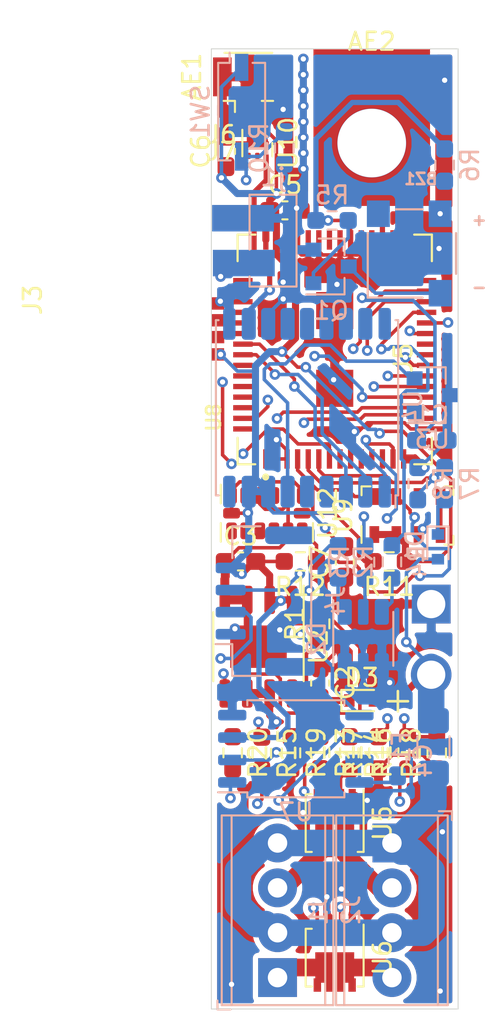
<source format=kicad_pcb>
(kicad_pcb (version 20171130) (host pcbnew 5.1.10)
  (layers (0 F.Cu signal) (1 In1.Cu signal) (2 In2.Cu signal) (31 B.Cu signal) (34 B.Paste user) (35 F.Paste user) (36 B.SilkS user) (37 F.SilkS user) (38 B.Mask user) (39 F.Mask user) (44 Edge.Cuts user))
  (net 0 "")
  (net 1 "Net-(BZ1-Pad2)")
  (net 2 /3V3)
  (net 3 "Net-(C1-Pad2)")
  (net 4 GND)
  (net 5 /3V3_BAK)
  (net 6 "Net-(D2-Pad3)")
  (net 7 "Net-(D2-Pad2)")
  (net 8 "Net-(D2-Pad1)")
  (net 9 /V_BAT)
  (net 10 "Net-(R1-Pad2)")
  (net 11 "Net-(Q1-Pad1)")
  (net 12 /LED_B)
  (net 13 /LED_R)
  (net 14 /LED_G)
  (net 15 /BUZZER)
  (net 16 /BAT_SENSE)
  (net 17 /FLASH_CS)
  (net 18 /3v3)
  (net 19 "Net-(U10-Pad6)")
  (net 20 /GPS_TX)
  (net 21 /GPS_RX)
  (net 22 /PYRO_1_EN)
  (net 23 /PYRO_2_EN)
  (net 24 /PYRO_3_EN)
  (net 25 /PYRO_4_EN)
  (net 26 /FLASH_SCK)
  (net 27 /FLASH_MOSI)
  (net 28 /FLASH_MISO)
  (net 29 /EXT_TX)
  (net 30 /EXT_RX)
  (net 31 /SWDIO)
  (net 32 /SWCLK)
  (net 33 "Net-(U9-Pad4)")
  (net 34 "Net-(AE1-Pad1)")
  (net 35 "Net-(R10-Pad1)")
  (net 36 /SCL3)
  (net 37 /SDA3)
  (net 38 /PYRO_1)
  (net 39 /PYRO_3)
  (net 40 /PYRO_4)
  (net 41 /PYRO_2)
  (net 42 "Net-(R13-Pad2)")
  (net 43 "Net-(R14-Pad2)")
  (net 44 "Net-(R15-Pad2)")
  (net 45 "Net-(R16-Pad1)")
  (net 46 "Net-(C2-Pad2)")
  (net 47 "Net-(D1-Pad1)")
  (net 48 "Net-(AE2-Pad1)")
  (module TerminalBlock_Phoenix:TerminalBlock_Phoenix_MPT-0,5-4-2.54_1x04_P2.54mm_Horizontal (layer B.Cu) (at 130.7465 87.122 90)
    (fp_text reference J2 (at 3.81 4.16 -90) (layer B.SilkS) (effects (justify mirror)))
    (fp_text value "terminal 2")
    (pad 1 thru_hole rect (at 0 0 90) (size 2.2 2.2) (drill 1.1) (layers *.Cu *.Mask) (net 39 /PYRO_3))
    (pad 2 thru_hole circle (at 2.54 0 90) (size 2.2 2.2) (drill 1.1) (layers *.Cu *.Mask) (net 9 /V_BAT))
    (pad 3 thru_hole circle (at 5.08 0 90) (size 2.2 2.2) (drill 1.1) (layers *.Cu *.Mask) (net 38 /PYRO_1))
    (pad 4 thru_hole circle (at 7.62 0 90) (size 2.2 2.2) (drill 1.1) (layers *.Cu *.Mask) (net 9 /V_BAT))
  )
  (module TerminalBlock_Phoenix:TerminalBlock_Phoenix_MPT-0,5-4-2.54_1x04_P2.54mm_Horizontal (layer B.Cu) (at 137.2235 79.502 270)
    (fp_text reference J1 (at 3.81 4.16 270) (layer B.SilkS) (effects (justify mirror)))
    (fp_text value "terminal 1")
    (pad 1 thru_hole rect (at 0 0 270) (size 2.2 2.2) (drill 1.1) (layers *.Cu *.Mask) (net 9 /V_BAT))
    (pad 2 thru_hole circle (at 2.54 0 270) (size 2.2 2.2) (drill 1.1) (layers *.Cu *.Mask) (net 41 /PYRO_2))
    (pad 3 thru_hole circle (at 5.08 0 270) (size 2.2 2.2) (drill 1.1) (layers *.Cu *.Mask) (net 9 /V_BAT))
    (pad 4 thru_hole circle (at 7.62 0 270) (size 2.2 2.2) (drill 1.1) (layers *.Cu *.Mask) (net 40 /PYRO_4))
  )
  (module custom:just_a_pad (layer F.Cu) (at 127.481 50.6635)
    (fp_text reference J7 (at 0.1 -10.3) (layer F.SilkS))
    (fp_text value SWCLK)
    (pad 1 smd rect (at -0.1 0.2) (size 0.7 0.7) (layers F.Cu F.Paste F.Mask) (net 32 /SWCLK))
  )
  (module custom:just_a_pad (layer F.Cu) (at 127.481 49.711)
    (fp_text reference J6 (at 0.1 -10.3) (layer F.SilkS))
    (fp_text value SWDIO)
    (pad 1 smd rect (at -0.1 0.2) (size 0.7 0.7) (layers F.Cu F.Paste F.Mask) (net 31 /SWDIO))
  )
  (module custom:just_a_pad (layer F.Cu) (at 127.5715 51.943 270)
    (fp_text reference J5 (at 0.1 -10.3 90) (layer F.SilkS))
    (fp_text value 3V3)
    (pad 1 smd rect (at -0.1 0.2 270) (size 0.7 0.7) (layers F.Cu F.Paste F.Mask) (net 2 /3V3))
  )
  (module custom:just_a_pad (layer F.Cu) (at 127.181 48.8585 90)
    (fp_text reference J3 (at 0.1 -10.3 90) (layer F.SilkS))
    (fp_text value GND)
    (pad 1 smd rect (at -0.1 0.2 90) (size 0.7 0.7) (layers F.Cu F.Paste F.Mask) (net 4 GND))
  )
  (module Capacitor_SMD:C_0603_1608Metric_Pad1.08x0.95mm_HandSolder (layer B.Cu) (at 137.541 74.84 90)
    (fp_text reference C4 (at 0 1.43 90) (layer B.SilkS) (effects (justify mirror)))
    (fp_text value 0.1u)
    (pad 2 smd roundrect (at 0.8625 0 90) (size 1.075 0.95) (layers B.Cu B.Paste B.Mask) (net 4 GND))
    (pad 1 smd roundrect (at -0.8625 0 90) (size 1.075 0.95) (layers B.Cu B.Paste B.Mask) (net 18 /3v3))
  )
  (module custom:PinHeader_1x02_P2.54mm_Vertical_SMD (layer B.Cu) (at 130.4925 45.4025 180)
    (fp_text reference j1 (at 0 3.6) (layer B.SilkS) (effects (justify mirror)))
    (fp_text value power)
    (pad 2 smd rect (at 1.655 -1.27 180) (size 3.5 1.5) (layers B.Cu B.Paste B.Mask) (net 10 "Net-(R1-Pad2)"))
    (pad 1 smd rect (at 1.7 1.27 180) (size 3.5 1.5) (layers B.Cu B.Paste B.Mask) (net 4 GND))
  )
  (module custom:ANT-868-PW-LP (layer F.Cu) (at 136.0805 39.878)
    (fp_text reference AE2 (at 0 -5.75) (layer F.SilkS))
    (fp_text value ANT-868-PW-LP)
    (pad 1 thru_hole circle (at 0 0) (size 3.9 3.9) (drill 3.88) (layers *.Cu *.Mask) (net 48 "Net-(AE2-Pad1)"))
    (pad 1 smd rect (at 0 0) (size 6.6 8.89) (drill (offset 0 -0.885)) (layers F.Cu F.Mask) (net 48 "Net-(AE2-Pad1)"))
  )
  (module Connector_Coaxial:U.FL_Hirose_U.FL-R-SMT-1_Vertical (layer F.Cu) (at 129.0955 36.6065 90)
    (fp_text reference AE1 (at 0.475 -3.2 90) (layer F.SilkS))
    (fp_text value U.FL)
    (pad 2 smd rect (at 0.475 -1.475 90) (size 2.2 1.05) (layers F.Cu F.Paste F.Mask) (net 4 GND))
    (pad 1 smd rect (at -1.05 0 90) (size 1.05 1) (layers F.Cu F.Paste F.Mask) (net 34 "Net-(AE1-Pad1)"))
    (pad 2 smd rect (at 0.475 1.475 90) (size 2.2 1.05) (layers F.Cu F.Paste F.Mask) (net 4 GND))
  )
  (module Package_LGA:LGA-14_3x5mm_P0.8mm_LayoutBorder1x6y (layer F.Cu) (at 130.1435 60.833 270)
    (fp_text reference U12 (at 0 -3.45 90) (layer F.SilkS))
    (fp_text value ADXL375)
    (pad 1 smd roundrect (at -1 -2 270) (size 0.95 0.6) (layers F.Cu F.Paste F.Mask) (net 2 /3V3))
    (pad 2 smd roundrect (at -1 -1.2 270) (size 0.95 0.6) (layers F.Cu F.Paste F.Mask) (net 4 GND))
    (pad 3 smd roundrect (at -1 -0.4 270) (size 0.95 0.6) (layers F.Cu F.Paste F.Mask))
    (pad 4 smd roundrect (at -1 0.4 270) (size 0.95 0.6) (layers F.Cu F.Paste F.Mask) (net 4 GND))
    (pad 5 smd roundrect (at -1 1.2 270) (size 0.95 0.6) (layers F.Cu F.Paste F.Mask) (net 4 GND))
    (pad 6 smd roundrect (at -1 2 270) (size 0.95 0.6) (layers F.Cu F.Paste F.Mask) (net 2 /3V3))
    (pad 7 smd roundrect (at 0 2 270) (size 0.6 0.95) (layers F.Cu F.Paste F.Mask) (net 2 /3V3))
    (pad 8 smd roundrect (at 1 2 270) (size 0.95 0.6) (layers F.Cu F.Paste F.Mask))
    (pad 9 smd roundrect (at 1 1.2 270) (size 0.95 0.6) (layers F.Cu F.Paste F.Mask))
    (pad 10 smd roundrect (at 1 0.4 270) (size 0.95 0.6) (layers F.Cu F.Paste F.Mask))
    (pad 11 smd roundrect (at 1 -0.4 270) (size 0.95 0.6) (layers F.Cu F.Paste F.Mask))
    (pad 12 smd roundrect (at 1 -1.2 270) (size 0.95 0.6) (layers F.Cu F.Paste F.Mask) (net 4 GND))
    (pad 13 smd roundrect (at 1 -2 270) (size 0.95 0.6) (layers F.Cu F.Paste F.Mask) (net 37 /SDA3))
    (pad 14 smd roundrect (at 0 -2 270) (size 0.6 0.95) (layers F.Cu F.Paste F.Mask) (net 36 /SCL3))
  )
  (module RF:Skyworks_SKY65404-31 (layer F.Cu) (at 129.6035 39.878 270)
    (fp_text reference U10 (at 0 -1.75 270) (layer F.SilkS))
    (fp_text value SKY65723-81)
    (pad 1 smd roundrect (at -0.725 -0.5 270) (size 0.35 0.25) (layers F.Cu F.Paste F.Mask) (net 2 /3V3))
    (pad 2 smd roundrect (at -0.725 0 270) (size 0.35 0.25) (layers F.Cu F.Paste F.Mask) (net 2 /3V3))
    (pad 3 smd roundrect (at -0.725 0.5 270) (size 0.35 0.25) (layers F.Cu F.Paste F.Mask) (net 34 "Net-(AE1-Pad1)"))
    (pad 4 smd roundrect (at 0.725 0.5 270) (size 0.35 0.25) (layers F.Cu F.Paste F.Mask))
    (pad 5 smd roundrect (at 0.725 0 270) (size 0.35 0.25) (layers F.Cu F.Paste F.Mask))
    (pad 6 smd roundrect (at 0.725 -0.5 270) (size 0.35 0.25) (layers F.Cu F.Paste F.Mask) (net 19 "Net-(U10-Pad6)"))
    (pad 7 smd custom (at 0 0 270) (size 0.35 0.25) (layers F.Cu F.Paste F.Mask) (net 4 GND) (options (clearance outline) (anchor rect)) (primitives (gr_poly (pts (xy 0.35 -0.6) (xy 0.35 0) (xy 0.35 0.6) (xy 0.1 0.6) (xy 0.1 0.65) (xy -0.1 0.65) (xy -0.1 0.6) (xy -0.35 0.6) (xy -0.35 -0.45) (xy -0.2 -0.6) (xy -0.1 -0.6) (xy -0.1 -0.65) (xy 0.1 -0.65) (xy 0.1 -0.6)) (width 0))))
  )
  (module Package_LGA:LGA-8_3x5mm_P1.25mm (layer F.Cu) (at 138.1025 60.9645 90)
    (fp_text reference U9 (at 0 -3.65 90) (layer F.SilkS))
    (fp_text value MS5607-02BA)
    (pad 5 smd rect (at 1.075 1.875 90) (size 0.95 0.55) (layers F.Cu F.Paste F.Mask) (net 33 "Net-(U9-Pad4)"))
    (pad 6 smd rect (at 1.075 0.625 90) (size 0.95 0.55) (layers F.Cu F.Paste F.Mask))
    (pad 7 smd rect (at 1.075 -0.625 90) (size 0.95 0.55) (layers F.Cu F.Paste F.Mask) (net 37 /SDA3))
    (pad 8 smd rect (at 1.075 -1.875 90) (size 0.95 0.55) (layers F.Cu F.Paste F.Mask) (net 36 /SCL3))
    (pad 3 smd rect (at -1.075 0.625 90) (size 0.95 0.55) (layers F.Cu F.Paste F.Mask) (net 4 GND))
    (pad 2 smd rect (at -1.075 -0.625 90) (size 0.95 0.55) (layers F.Cu F.Paste F.Mask) (net 2 /3V3))
    (pad 1 smd rect (at -1.075 -1.875 90) (size 0.95 0.55) (layers F.Cu F.Paste F.Mask) (net 2 /3V3))
    (pad 4 smd rect (at -1.075 1.875 90) (size 0.95 0.55) (layers F.Cu F.Paste F.Mask) (net 33 "Net-(U9-Pad4)"))
  )
  (module custom:s76s (layer F.Cu) (at 133.985 51.562 90)
    (fp_text reference U8 (at -3.85268 -6.85478 90) (layer F.SilkS) (effects (font (size 0.787953 0.787953))))
    (fp_text value s76s)
    (pad 1 smd rect (at -6.2 -3.9 90) (size 1.1 0.3) (layers F.Cu F.Paste F.Mask))
    (pad 2 smd rect (at -6.2 -3.3 90) (size 1.1 0.3) (layers F.Cu F.Paste F.Mask) (net 4 GND))
    (pad 3 smd rect (at -6.2 -2.7 90) (size 1.1 0.3) (layers F.Cu F.Paste F.Mask) (net 4 GND))
    (pad 4 smd rect (at -6.2 -2.1 90) (size 1.1 0.3) (layers F.Cu F.Paste F.Mask) (net 36 /SCL3))
    (pad 5 smd rect (at -6.2 -1.5 90) (size 1.1 0.3) (layers F.Cu F.Paste F.Mask) (net 37 /SDA3))
    (pad 6 smd rect (at -6.2 -0.9 90) (size 1.1 0.3) (layers F.Cu F.Paste F.Mask) (net 16 /BAT_SENSE))
    (pad 7 smd rect (at -6.2 -0.3 90) (size 1.1 0.3) (layers F.Cu F.Paste F.Mask) (net 24 /PYRO_3_EN))
    (pad 8 smd rect (at -6.2 0.3 90) (size 1.1 0.3) (layers F.Cu F.Paste F.Mask))
    (pad 9 smd rect (at -6.2 0.9 90) (size 1.1 0.3) (layers F.Cu F.Paste F.Mask))
    (pad 10 smd rect (at -6.2 1.5 90) (size 1.1 0.3) (layers F.Cu F.Paste F.Mask))
    (pad 11 smd rect (at -6.2 2.1 90) (size 1.1 0.3) (layers F.Cu F.Paste F.Mask))
    (pad 12 smd rect (at -6.2 2.7 90) (size 1.1 0.3) (layers F.Cu F.Paste F.Mask))
    (pad 13 smd rect (at -6.2 3.3 90) (size 1.1 0.3) (layers F.Cu F.Paste F.Mask) (net 25 /PYRO_4_EN))
    (pad 14 smd rect (at -6.2 3.9 90) (size 1.1 0.3) (layers F.Cu F.Paste F.Mask) (net 4 GND))
    (pad 15 smd rect (at -4.5 5.2 90) (size 0.3 1.1) (layers F.Cu F.Paste F.Mask) (net 4 GND))
    (pad 16 smd rect (at -3.9 5.2 90) (size 0.3 1.1) (layers F.Cu F.Paste F.Mask) (net 29 /EXT_TX))
    (pad 17 smd rect (at -3.3 5.2 90) (size 0.3 1.1) (layers F.Cu F.Paste F.Mask) (net 30 /EXT_RX))
    (pad 18 smd rect (at -2.7 5.2 90) (size 0.3 1.1) (layers F.Cu F.Paste F.Mask) (net 17 /FLASH_CS))
    (pad 19 smd rect (at -2.1 5.2 90) (size 0.3 1.1) (layers F.Cu F.Paste F.Mask) (net 26 /FLASH_SCK))
    (pad 20 smd rect (at -1.5 5.2 90) (size 0.3 1.1) (layers F.Cu F.Paste F.Mask) (net 28 /FLASH_MISO))
    (pad 21 smd rect (at -0.9 5.2 90) (size 0.3 1.1) (layers F.Cu F.Paste F.Mask) (net 27 /FLASH_MOSI))
    (pad 22 smd rect (at -0.3 5.2 90) (size 0.3 1.1) (layers F.Cu F.Paste F.Mask))
    (pad 23 smd rect (at 0.3 5.2 90) (size 0.3 1.1) (layers F.Cu F.Paste F.Mask))
    (pad 24 smd rect (at 0.9 5.2 90) (size 0.3 1.1) (layers F.Cu F.Paste F.Mask) (net 23 /PYRO_2_EN))
    (pad 25 smd rect (at 1.5 5.2 90) (size 0.3 1.1) (layers F.Cu F.Paste F.Mask) (net 22 /PYRO_1_EN))
    (pad 26 smd rect (at 2.1 5.2 90) (size 0.3 1.1) (layers F.Cu F.Paste F.Mask) (net 14 /LED_G))
    (pad 27 smd rect (at 2.7 5.2 90) (size 0.3 1.1) (layers F.Cu F.Paste F.Mask) (net 13 /LED_R))
    (pad 28 smd rect (at 3.3 5.2 90) (size 0.3 1.1) (layers F.Cu F.Paste F.Mask) (net 12 /LED_B))
    (pad 29 smd rect (at 3.9 5.2 90) (size 0.3 1.1) (layers F.Cu F.Paste F.Mask))
    (pad 30 smd rect (at 4.5 5.2 90) (size 0.3 1.1) (layers F.Cu F.Paste F.Mask))
    (pad 31 smd rect (at 6.2 3.9 90) (size 1.1 0.3) (layers F.Cu F.Paste F.Mask) (net 4 GND))
    (pad 32 smd rect (at 6.2 3.3 90) (size 1.1 0.3) (layers F.Cu F.Paste F.Mask) (net 4 GND))
    (pad 33 smd rect (at 6.2 2.7 90) (size 1.1 0.3) (layers F.Cu F.Paste F.Mask) (net 48 "Net-(AE2-Pad1)"))
    (pad 34 smd rect (at 6.2 2.1 90) (size 1.1 0.3) (layers F.Cu F.Paste F.Mask) (net 4 GND))
    (pad 35 smd rect (at 6.2 1.5 90) (size 1.1 0.3) (layers F.Cu F.Paste F.Mask) (net 4 GND))
    (pad 36 smd rect (at 6.2 0.9 90) (size 1.1 0.3) (layers F.Cu F.Paste F.Mask) (net 15 /BUZZER))
    (pad 37 smd rect (at 6.2 0.3 90) (size 1.1 0.3) (layers F.Cu F.Paste F.Mask) (net 4 GND))
    (pad 38 smd rect (at 6.2 -0.3 90) (size 1.1 0.3) (layers F.Cu F.Paste F.Mask))
    (pad 39 smd rect (at 6.2 -0.9 90) (size 1.1 0.3) (layers F.Cu F.Paste F.Mask) (net 4 GND))
    (pad 40 smd rect (at 6.2 -1.5 90) (size 1.1 0.3) (layers F.Cu F.Paste F.Mask))
    (pad 41 smd rect (at 6.2 -2.1 90) (size 1.1 0.3) (layers F.Cu F.Paste F.Mask) (net 4 GND))
    (pad 42 smd rect (at 6.2 -2.7 90) (size 1.1 0.3) (layers F.Cu F.Paste F.Mask))
    (pad 43 smd rect (at 6.2 -3.3 90) (size 1.1 0.3) (layers F.Cu F.Paste F.Mask) (net 2 /3V3))
    (pad 44 smd rect (at 6.2 -3.9 90) (size 1.1 0.3) (layers F.Cu F.Paste F.Mask) (net 2 /3V3))
    (pad 45 smd rect (at 4.5 -5.2 90) (size 0.3 1.1) (layers F.Cu F.Paste F.Mask))
    (pad 46 smd rect (at 3.9 -5.2 90) (size 0.3 1.1) (layers F.Cu F.Paste F.Mask))
    (pad 47 smd rect (at 3.3 -5.2 90) (size 0.3 1.1) (layers F.Cu F.Paste F.Mask))
    (pad 48 smd rect (at 2.7 -5.2 90) (size 0.3 1.1) (layers F.Cu F.Paste F.Mask))
    (pad 49 smd rect (at 2.1 -5.2 90) (size 0.3 1.1) (layers F.Cu F.Paste F.Mask))
    (pad 50 smd rect (at 1.5 -5.2 90) (size 0.3 1.1) (layers F.Cu F.Paste F.Mask) (net 31 /SWDIO))
    (pad 51 smd rect (at 0.9 -5.2 90) (size 0.3 1.1) (layers F.Cu F.Paste F.Mask) (net 32 /SWCLK))
    (pad 52 smd rect (at 0.3 -5.2 90) (size 0.3 1.1) (layers F.Cu F.Paste F.Mask) (net 20 /GPS_TX))
    (pad 53 smd rect (at -0.3 -5.2 90) (size 0.3 1.1) (layers F.Cu F.Paste F.Mask) (net 21 /GPS_RX))
    (pad 54 smd rect (at -0.9 -5.2 90) (size 0.3 1.1) (layers F.Cu F.Paste F.Mask))
    (pad 55 smd rect (at -1.5 -5.2 90) (size 0.3 1.1) (layers F.Cu F.Paste F.Mask))
    (pad 56 smd rect (at -2.1 -5.2 90) (size 0.3 1.1) (layers F.Cu F.Paste F.Mask))
    (pad 57 smd rect (at -2.7 -5.2 90) (size 0.3 1.1) (layers F.Cu F.Paste F.Mask))
    (pad 58 smd rect (at -3.3 -5.2 90) (size 0.3 1.1) (layers F.Cu F.Paste F.Mask))
    (pad 59 smd rect (at -3.9 -5.2 90) (size 0.3 1.1) (layers F.Cu F.Paste F.Mask) (net 35 "Net-(R10-Pad1)"))
    (pad 60 smd rect (at -4.5 -5.2 90) (size 0.3 1.1) (layers F.Cu F.Paste F.Mask))
    (pad 61 smd rect (at -2.2 0 90) (size 2.1 2.1) (layers F.Cu F.Paste F.Mask) (net 4 GND))
    (pad 62 smd rect (at 2.2 0 90) (size 2.1 2.1) (layers F.Cu F.Paste F.Mask) (net 4 GND))
  )
  (module Package_SO:SOIC-8_5.275x5.275mm_P1.27mm (layer B.Cu) (at 131.782 74.168)
    (fp_text reference U7 (at 0 3.59) (layer B.SilkS) (effects (justify mirror)))
    (fp_text value W25Q16JVS)
    (pad 8 smd roundrect (at 3.6 1.905) (size 1.6 0.6) (layers B.Cu B.Paste B.Mask) (net 18 /3v3))
    (pad 7 smd roundrect (at 3.6 0.635) (size 1.6 0.6) (layers B.Cu B.Paste B.Mask) (net 18 /3v3))
    (pad 6 smd roundrect (at 3.6 -0.635) (size 1.6 0.6) (layers B.Cu B.Paste B.Mask) (net 26 /FLASH_SCK))
    (pad 5 smd roundrect (at 3.6 -1.905) (size 1.6 0.6) (layers B.Cu B.Paste B.Mask) (net 27 /FLASH_MOSI))
    (pad 4 smd roundrect (at -3.6 -1.905) (size 1.6 0.6) (layers B.Cu B.Paste B.Mask) (net 4 GND))
    (pad 3 smd roundrect (at -3.6 -0.635) (size 1.6 0.6) (layers B.Cu B.Paste B.Mask) (net 2 /3V3))
    (pad 2 smd roundrect (at -3.6 0.635) (size 1.6 0.6) (layers B.Cu B.Paste B.Mask) (net 28 /FLASH_MISO))
    (pad 1 smd roundrect (at -3.6 1.905) (size 1.6 0.6) (layers B.Cu B.Paste B.Mask) (net 17 /FLASH_CS))
  )
  (module Package_SO:Vishay_PowerPAK_1212-8_Dual (layer F.Cu) (at 133.985 85.993 270)
    (fp_text reference U6 (at 0 -2.7 90) (layer F.SilkS))
    (fp_text value Si7232DN)
    (pad 6 smd custom (at 0.5575 -0.6075 270) (size 1.725 0.99) (layers F.Cu F.Paste F.Mask) (net 40 /PYRO_4) (options (clearance outline) (anchor rect)) (primitives (gr_poly (pts (xy 0.6125 0.495) (xy 1.3725 0.495) (xy 1.3725 0.09) (xy 0.8625 0.09) (xy 0.8625 -0.165) (xy 1.3725 -0.165) (xy 1.3725 -0.5875) (xy 0.6125 -0.5875)) (width 0))))
    (pad 5 smd custom (at 0.5575 0.6075 270) (size 1.725 0.99) (layers F.Cu F.Paste F.Mask) (net 39 /PYRO_3) (options (clearance outline) (anchor rect)) (primitives (gr_poly (pts (xy 0.6125 -0.495) (xy 1.3725 -0.495) (xy 1.3725 -0.09) (xy 0.8625 -0.09) (xy 0.8625 0.165) (xy 1.3725 0.165) (xy 1.3725 0.5875) (xy 0.6125 0.5875)) (width 0))))
    (pad 4 smd rect (at -1.435 0.99 270) (size 0.99 0.405) (layers F.Cu F.Paste F.Mask) (net 44 "Net-(R15-Pad2)"))
    (pad 3 smd rect (at -1.435 0.33 270) (size 0.99 0.405) (layers F.Cu F.Paste F.Mask) (net 4 GND))
    (pad 2 smd rect (at -1.435 -0.33 270) (size 0.99 0.405) (layers F.Cu F.Paste F.Mask) (net 45 "Net-(R16-Pad1)"))
    (pad 1 smd rect (at -1.435 -0.99 270) (size 0.99 0.405) (layers F.Cu F.Paste F.Mask) (net 4 GND))
  )
  (module Package_SO:Vishay_PowerPAK_1212-8_Dual (layer F.Cu) (at 133.985 78.373 270)
    (fp_text reference U5 (at 0 -2.7 90) (layer F.SilkS))
    (fp_text value Si7232DN)
    (pad 6 smd custom (at 0.5575 -0.6075 270) (size 1.725 0.99) (layers F.Cu F.Paste F.Mask) (net 41 /PYRO_2) (options (clearance outline) (anchor rect)) (primitives (gr_poly (pts (xy 0.6125 0.495) (xy 1.3725 0.495) (xy 1.3725 0.09) (xy 0.8625 0.09) (xy 0.8625 -0.165) (xy 1.3725 -0.165) (xy 1.3725 -0.5875) (xy 0.6125 -0.5875)) (width 0))))
    (pad 5 smd custom (at 0.5575 0.6075 270) (size 1.725 0.99) (layers F.Cu F.Paste F.Mask) (net 38 /PYRO_1) (options (clearance outline) (anchor rect)) (primitives (gr_poly (pts (xy 0.6125 -0.495) (xy 1.3725 -0.495) (xy 1.3725 -0.09) (xy 0.8625 -0.09) (xy 0.8625 0.165) (xy 1.3725 0.165) (xy 1.3725 0.5875) (xy 0.6125 0.5875)) (width 0))))
    (pad 4 smd rect (at -1.435 0.99 270) (size 0.99 0.405) (layers F.Cu F.Paste F.Mask) (net 42 "Net-(R13-Pad2)"))
    (pad 3 smd rect (at -1.435 0.33 270) (size 0.99 0.405) (layers F.Cu F.Paste F.Mask) (net 4 GND))
    (pad 2 smd rect (at -1.435 -0.33 270) (size 0.99 0.405) (layers F.Cu F.Paste F.Mask) (net 43 "Net-(R14-Pad2)"))
    (pad 1 smd rect (at -1.435 -0.99 270) (size 0.99 0.405) (layers F.Cu F.Paste F.Mask) (net 4 GND))
  )
  (module RF_GPS:ublox_MAX (layer B.Cu) (at 132.416 54.864 90)
    (fp_text reference U4 (at 0 6 270) (layer B.SilkS) (effects (justify mirror)))
    (fp_text value MAX-M8C)
    (pad 18 smd roundrect (at 4.75 4.4 90) (size 1.8 0.7) (layers B.Cu B.Paste B.Mask))
    (pad 17 smd roundrect (at 4.75 3.3 90) (size 1.8 0.8) (layers B.Cu B.Paste B.Mask))
    (pad 16 smd roundrect (at 4.75 2.2 90) (size 1.8 0.8) (layers B.Cu B.Paste B.Mask))
    (pad 15 smd roundrect (at 4.75 1.1 90) (size 1.8 0.8) (layers B.Cu B.Paste B.Mask))
    (pad 14 smd roundrect (at 4.75 0 90) (size 1.8 0.8) (layers B.Cu B.Paste B.Mask))
    (pad 13 smd roundrect (at 4.75 -1.1 90) (size 1.8 0.8) (layers B.Cu B.Paste B.Mask))
    (pad 12 smd roundrect (at 4.75 -2.2 90) (size 1.8 0.8) (layers B.Cu B.Paste B.Mask) (net 4 GND))
    (pad 11 smd roundrect (at 4.75 -3.3 90) (size 1.8 0.8) (layers B.Cu B.Paste B.Mask) (net 19 "Net-(U10-Pad6)"))
    (pad 10 smd roundrect (at 4.75 -4.4 90) (size 1.8 0.7) (layers B.Cu B.Paste B.Mask) (net 4 GND))
    (pad 9 smd roundrect (at -4.75 -4.4 90) (size 1.8 0.7) (layers B.Cu B.Paste B.Mask))
    (pad 8 smd roundrect (at -4.75 -3.3 90) (size 1.8 0.8) (layers B.Cu B.Paste B.Mask) (net 2 /3V3))
    (pad 7 smd roundrect (at -4.75 -2.2 90) (size 1.8 0.8) (layers B.Cu B.Paste B.Mask) (net 2 /3V3))
    (pad 6 smd roundrect (at -4.75 -1.1 90) (size 1.8 0.8) (layers B.Cu B.Paste B.Mask) (net 5 /3V3_BAK))
    (pad 5 smd roundrect (at -4.75 0 90) (size 1.8 0.8) (layers B.Cu B.Paste B.Mask))
    (pad 4 smd roundrect (at -4.75 1.1 90) (size 1.8 0.8) (layers B.Cu B.Paste B.Mask))
    (pad 3 smd roundrect (at -4.75 2.2 90) (size 1.8 0.8) (layers B.Cu B.Paste B.Mask) (net 20 /GPS_TX))
    (pad 2 smd roundrect (at -4.75 3.3 90) (size 1.8 0.8) (layers B.Cu B.Paste B.Mask) (net 21 /GPS_RX))
    (pad 1 smd roundrect (at -4.75 4.4 90) (size 1.8 0.7) (layers B.Cu B.Paste B.Mask) (net 4 GND))
  )
  (module Package_TO_SOT_SMD:SOT-23 (layer B.Cu) (at 139.507 54.1495)
    (fp_text reference U3 (at 0 2.5) (layer B.SilkS) (effects (justify mirror)))
    (fp_text value NCV51460)
    (pad 3 smd rect (at 1 0) (size 0.9 0.8) (layers B.Cu B.Paste B.Mask) (net 4 GND))
    (pad 2 smd rect (at -1 -0.95) (size 0.9 0.8) (layers B.Cu B.Paste B.Mask) (net 5 /3V3_BAK))
    (pad 1 smd rect (at -1 0.95) (size 0.9 0.8) (layers B.Cu B.Paste B.Mask) (net 3 "Net-(C1-Pad2)"))
  )
  (module Package_SO:HTSOP-8-1EP_3.9x4.9mm_P1.27mm_EP2.4x3.2mm (layer F.Cu) (at 129.667 68.3895 270)
    (fp_text reference U2 (at 0 -3.4 90) (layer F.SilkS))
    (fp_text value BD33GA5WEFJ)
    (pad 9 smd rect (at 0 0 270) (size 2.4 3.2) (layers F.Cu F.Mask) (net 4 GND))
    (pad 8 smd roundrect (at 2.65 -1.905 270) (size 1.6 0.6) (layers F.Cu F.Paste F.Mask) (net 46 "Net-(C2-Pad2)"))
    (pad 7 smd roundrect (at 2.65 -0.635 270) (size 1.6 0.6) (layers F.Cu F.Paste F.Mask) (net 4 GND))
    (pad 6 smd roundrect (at 2.65 0.635 270) (size 1.6 0.6) (layers F.Cu F.Paste F.Mask) (net 4 GND))
    (pad 5 smd roundrect (at 2.65 1.905 270) (size 1.6 0.6) (layers F.Cu F.Paste F.Mask) (net 10 "Net-(R1-Pad2)"))
    (pad 4 smd roundrect (at -2.65 1.905 270) (size 1.6 0.6) (layers F.Cu F.Paste F.Mask) (net 4 GND))
    (pad 3 smd roundrect (at -2.65 0.635 270) (size 1.6 0.6) (layers F.Cu F.Paste F.Mask) (net 4 GND))
    (pad 2 smd roundrect (at -2.65 -0.635 270) (size 1.6 0.6) (layers F.Cu F.Paste F.Mask) (net 2 /3V3))
    (pad 1 smd roundrect (at -2.65 -1.905 270) (size 1.6 0.6) (layers F.Cu F.Paste F.Mask) (net 2 /3V3))
  )
  (module custom:xt30_pigtail (layer F.Cu) (at 139.446 65.977 270)
    (fp_text reference U1 hide)
    (fp_text value JST-RCY)
    (fp_text user + (at 5.5 2 90) (layer F.SilkS) (effects (font (size 1.5 1.5))))
    (pad 2 thru_hole circle (at 4 0 270) (size 2.3 2.3) (drill 1.6) (layers *.Cu *.Mask) (net 3 "Net-(C1-Pad2)"))
    (pad 1 thru_hole rect (at 0 0 270) (size 2.2 2.2) (drill 1.6) (layers *.Cu *.Mask) (net 4 GND))
  )
  (module Button_Switch_SMD:SW_DIP_SPSTx01_Slide_Copal_CHS-01A_W5.08mm_P1.27mm_JPin (layer B.Cu) (at 128.7145 38.1 270)
    (fp_text reference SW1 (at 0 2.33 270) (layer B.SilkS) (effects (justify mirror)))
    (fp_text value chs-01a)
    (pad 2 smd rect (at 2.54 0 270) (size 1.6 0.76) (layers B.Cu B.Paste B.Mask) (net 35 "Net-(R10-Pad1)"))
    (pad 1 smd rect (at -2.54 0 270) (size 1.6 0.76) (layers B.Cu B.Paste B.Mask) (net 2 /3V3))
  )
  (module Resistor_SMD:R_0603_1608Metric_Pad0.98x0.95mm_HandSolder (layer F.Cu) (at 128.2065 74.3985 270)
    (fp_text reference R20 (at 0 -1.43 90) (layer F.SilkS))
    (fp_text value 10k)
    (pad 2 smd roundrect (at 0.9125 0 270) (size 0.975 0.95) (layers F.Cu F.Paste F.Mask) (net 4 GND))
    (pad 1 smd roundrect (at -0.9125 0 270) (size 0.975 0.95) (layers F.Cu F.Paste F.Mask) (net 24 /PYRO_3_EN))
  )
  (module Resistor_SMD:R_0603_1608Metric_Pad0.98x0.95mm_HandSolder (layer F.Cu) (at 131.5085 74.3985 270)
    (fp_text reference R19 (at 0 -1.43 90) (layer F.SilkS))
    (fp_text value 10k)
    (pad 2 smd roundrect (at 0.9125 0 270) (size 0.975 0.95) (layers F.Cu F.Paste F.Mask) (net 4 GND))
    (pad 1 smd roundrect (at -0.9125 0 270) (size 0.975 0.95) (layers F.Cu F.Paste F.Mask) (net 22 /PYRO_1_EN))
  )
  (module Resistor_SMD:R_0603_1608Metric_Pad0.98x0.95mm_HandSolder (layer F.Cu) (at 139.7635 74.3985 90)
    (fp_text reference R18 (at 0 -1.43 90) (layer F.SilkS))
    (fp_text value 10k)
    (pad 2 smd roundrect (at 0.9125 0 90) (size 0.975 0.95) (layers F.Cu F.Paste F.Mask) (net 25 /PYRO_4_EN))
    (pad 1 smd roundrect (at -0.9125 0 90) (size 0.975 0.95) (layers F.Cu F.Paste F.Mask) (net 4 GND))
  )
  (module Resistor_SMD:R_0603_1608Metric_Pad0.98x0.95mm_HandSolder (layer F.Cu) (at 136.4615 74.3985 90)
    (fp_text reference R17 (at 0 -1.43 90) (layer F.SilkS))
    (fp_text value 10k)
    (pad 2 smd roundrect (at 0.9125 0 90) (size 0.975 0.95) (layers F.Cu F.Paste F.Mask) (net 23 /PYRO_2_EN))
    (pad 1 smd roundrect (at -0.9125 0 90) (size 0.975 0.95) (layers F.Cu F.Paste F.Mask) (net 4 GND))
  )
  (module Resistor_SMD:R_0603_1608Metric_Pad0.98x0.95mm_HandSolder (layer F.Cu) (at 138.1125 74.3985 90)
    (fp_text reference R16 (at 0 -1.43 90) (layer F.SilkS))
    (fp_text value 500)
    (pad 2 smd roundrect (at 0.9125 0 90) (size 0.975 0.95) (layers F.Cu F.Paste F.Mask) (net 25 /PYRO_4_EN))
    (pad 1 smd roundrect (at -0.9125 0 90) (size 0.975 0.95) (layers F.Cu F.Paste F.Mask) (net 45 "Net-(R16-Pad1)"))
  )
  (module Resistor_SMD:R_0603_1608Metric_Pad0.98x0.95mm_HandSolder (layer F.Cu) (at 129.8575 74.422 270)
    (fp_text reference R15 (at 0 -1.43 90) (layer F.SilkS))
    (fp_text value 500)
    (pad 2 smd roundrect (at 0.9125 0 270) (size 0.975 0.95) (layers F.Cu F.Paste F.Mask) (net 44 "Net-(R15-Pad2)"))
    (pad 1 smd roundrect (at -0.9125 0 270) (size 0.975 0.95) (layers F.Cu F.Paste F.Mask) (net 24 /PYRO_3_EN))
  )
  (module Resistor_SMD:R_0603_1608Metric_Pad0.98x0.95mm_HandSolder (layer F.Cu) (at 134.8105 74.3985 270)
    (fp_text reference R14 (at 0 -1.43 90) (layer F.SilkS))
    (fp_text value 500)
    (pad 2 smd roundrect (at 0.9125 0 270) (size 0.975 0.95) (layers F.Cu F.Paste F.Mask) (net 43 "Net-(R14-Pad2)"))
    (pad 1 smd roundrect (at -0.9125 0 270) (size 0.975 0.95) (layers F.Cu F.Paste F.Mask) (net 23 /PYRO_2_EN))
  )
  (module Resistor_SMD:R_0603_1608Metric_Pad0.98x0.95mm_HandSolder (layer F.Cu) (at 133.1595 74.382 270)
    (fp_text reference R13 (at 0 -1.43 90) (layer F.SilkS))
    (fp_text value 500)
    (pad 2 smd roundrect (at 0.9125 0 270) (size 0.975 0.95) (layers F.Cu F.Paste F.Mask) (net 42 "Net-(R13-Pad2)"))
    (pad 1 smd roundrect (at -0.9125 0 270) (size 0.975 0.95) (layers F.Cu F.Paste F.Mask) (net 22 /PYRO_1_EN))
  )
  (module Resistor_SMD:R_0603_1608Metric_Pad0.98x0.95mm_HandSolder (layer F.Cu) (at 132.04 63.5635 180)
    (fp_text reference R12 (at 0 -1.43) (layer F.SilkS))
    (fp_text value 4.7k)
    (pad 1 smd roundrect (at -0.9125 0 180) (size 0.975 0.95) (layers F.Cu F.Paste F.Mask) (net 37 /SDA3))
    (pad 2 smd roundrect (at 0.9125 0 180) (size 0.975 0.95) (layers F.Cu F.Paste F.Mask) (net 2 /3V3))
  )
  (module Resistor_SMD:R_0603_1608Metric_Pad0.98x0.95mm_HandSolder (layer F.Cu) (at 137.073 63.5635 180)
    (fp_text reference R11 (at 0 -1.43) (layer F.SilkS))
    (fp_text value 4.7k)
    (pad 1 smd roundrect (at -0.9125 0 180) (size 0.975 0.95) (layers F.Cu F.Paste F.Mask) (net 2 /3V3))
    (pad 2 smd roundrect (at 0.9125 0 180) (size 0.975 0.95) (layers F.Cu F.Paste F.Mask) (net 36 /SCL3))
  )
  (module Resistor_SMD:R_0603_1608Metric_Pad0.98x0.95mm_HandSolder (layer B.Cu) (at 131.1275 40.1555 270)
    (fp_text reference R10 (at 0 1.43 90) (layer B.SilkS) (effects (justify mirror)))
    (fp_text value 10k)
    (pad 2 smd roundrect (at 0.9125 0 270) (size 0.975 0.95) (layers B.Cu B.Paste B.Mask) (net 4 GND))
    (pad 1 smd roundrect (at -0.9125 0 270) (size 0.975 0.95) (layers B.Cu B.Paste B.Mask) (net 35 "Net-(R10-Pad1)"))
  )
  (module Resistor_SMD:R_0603_1608Metric_Pad0.98x0.95mm_HandSolder (layer B.Cu) (at 138.684 59.1585 90)
    (fp_text reference R8 (at 0 1.43 270) (layer B.SilkS) (effects (justify mirror)))
    (fp_text value 3k)
    (pad 2 smd roundrect (at 0.9125 0 90) (size 0.975 0.95) (layers B.Cu B.Paste B.Mask) (net 4 GND))
    (pad 1 smd roundrect (at -0.9125 0 90) (size 0.975 0.95) (layers B.Cu B.Paste B.Mask) (net 16 /BAT_SENSE))
  )
  (module Resistor_SMD:R_0603_1608Metric_Pad0.98x0.95mm_HandSolder (layer B.Cu) (at 140.208 59.1585 90)
    (fp_text reference R7 (at 0 1.43 270) (layer B.SilkS) (effects (justify mirror)))
    (fp_text value 10k)
    (pad 2 smd roundrect (at 0.9125 0 90) (size 0.975 0.95) (layers B.Cu B.Paste B.Mask) (net 16 /BAT_SENSE))
    (pad 1 smd roundrect (at -0.9125 0 90) (size 0.975 0.95) (layers B.Cu B.Paste B.Mask) (net 47 "Net-(D1-Pad1)"))
  )
  (module Resistor_SMD:R_0603_1608Metric_Pad0.98x0.95mm_HandSolder (layer B.Cu) (at 140.208 41.1245 90)
    (fp_text reference R6 (at 0 1.43 90) (layer B.SilkS) (effects (justify mirror)))
    (fp_text value 10k)
    (pad 2 smd roundrect (at 0.9125 0 90) (size 0.975 0.95) (layers B.Cu B.Paste B.Mask) (net 15 /BUZZER))
    (pad 1 smd roundrect (at -0.9125 0 90) (size 0.975 0.95) (layers B.Cu B.Paste B.Mask) (net 4 GND))
  )
  (module Resistor_SMD:R_0603_1608Metric_Pad0.98x0.95mm_HandSolder (layer B.Cu) (at 133.8345 44.2595 180)
    (fp_text reference R5 (at 0 1.43) (layer B.SilkS) (effects (justify mirror)))
    (fp_text value 500)
    (pad 2 smd roundrect (at 0.9125 0 180) (size 0.975 0.95) (layers B.Cu B.Paste B.Mask) (net 15 /BUZZER))
    (pad 1 smd roundrect (at -0.9125 0 180) (size 0.975 0.95) (layers B.Cu B.Paste B.Mask) (net 11 "Net-(Q1-Pad1)"))
  )
  (module Resistor_SMD:R_0603_1608Metric_Pad0.98x0.95mm_HandSolder (layer B.Cu) (at 137.2235 63.587 90)
    (fp_text reference R4 (at 0 1.43 90) (layer B.SilkS) (effects (justify mirror)))
    (fp_text value 120)
    (pad 2 smd roundrect (at 0.9125 0 90) (size 0.975 0.95) (layers B.Cu B.Paste B.Mask) (net 14 /LED_G))
    (pad 1 smd roundrect (at -0.9125 0 90) (size 0.975 0.95) (layers B.Cu B.Paste B.Mask) (net 6 "Net-(D2-Pad3)"))
  )
  (module Resistor_SMD:R_0603_1608Metric_Pad0.98x0.95mm_HandSolder (layer B.Cu) (at 135.6995 63.6035 270)
    (fp_text reference R3 (at 0 1.43 270) (layer B.SilkS) (effects (justify mirror)))
    (fp_text value 500)
    (pad 2 smd roundrect (at 0.9125 0 270) (size 0.975 0.95) (layers B.Cu B.Paste B.Mask) (net 7 "Net-(D2-Pad2)"))
    (pad 1 smd roundrect (at -0.9125 0 270) (size 0.975 0.95) (layers B.Cu B.Paste B.Mask) (net 13 /LED_R))
  )
  (module Resistor_SMD:R_0603_1608Metric_Pad0.98x0.95mm_HandSolder (layer B.Cu) (at 134.1755 63.587 90)
    (fp_text reference R2 (at 0 1.43 90) (layer B.SilkS) (effects (justify mirror)))
    (fp_text value 120)
    (pad 2 smd roundrect (at 0.9125 0 90) (size 0.975 0.95) (layers B.Cu B.Paste B.Mask) (net 12 /LED_B))
    (pad 1 smd roundrect (at -0.9125 0 90) (size 0.975 0.95) (layers B.Cu B.Paste B.Mask) (net 8 "Net-(D2-Pad1)"))
  )
  (module Resistor_SMD:R_0603_1608Metric_Pad0.98x0.95mm_HandSolder (layer F.Cu) (at 133.1595 67.096 90)
    (fp_text reference R1 (at 0 -1.43 90) (layer F.SilkS))
    (fp_text value 10k)
    (pad 2 smd roundrect (at 0.9125 0 90) (size 0.975 0.95) (layers F.Cu F.Paste F.Mask) (net 10 "Net-(R1-Pad2)"))
    (pad 1 smd roundrect (at -0.9125 0 90) (size 0.975 0.95) (layers F.Cu F.Paste F.Mask) (net 46 "Net-(C2-Pad2)"))
  )
  (module Package_TO_SOT_SMD:SOT-23 (layer B.Cu) (at 133.7785 46.8655)
    (fp_text reference Q1 (at 0 2.5) (layer B.SilkS) (effects (justify mirror)))
    (fp_text value MMBT3904)
    (pad 3 smd rect (at 1 0) (size 0.9 0.8) (layers B.Cu B.Paste B.Mask) (net 1 "Net-(BZ1-Pad2)"))
    (pad 2 smd rect (at -1 -0.95) (size 0.9 0.8) (layers B.Cu B.Paste B.Mask) (net 4 GND))
    (pad 1 smd rect (at -1 0.95) (size 0.9 0.8) (layers B.Cu B.Paste B.Mask) (net 11 "Net-(Q1-Pad1)"))
  )
  (module Connector_JST:JST_GH_BM04B-GHS-TBT_1x04-1MP_P1.25mm_Vertical (layer B.Cu) (at 130.045 65.8075 90)
    (fp_text reference J4 (at 0 4 270) (layer B.SilkS) (effects (justify mirror)))
    (fp_text value Conn_01x04)
    (pad MP smd roundrect (at 3.725 1.4 90) (size 1 2.8) (layers B.Cu B.Paste B.Mask))
    (pad MP smd roundrect (at -3.725 1.4 90) (size 1 2.8) (layers B.Cu B.Paste B.Mask))
    (pad 4 smd roundrect (at 1.875 -1.95 90) (size 0.6 1.7) (layers B.Cu B.Paste B.Mask) (net 2 /3V3))
    (pad 3 smd roundrect (at 0.625 -1.95 90) (size 0.6 1.7) (layers B.Cu B.Paste B.Mask) (net 29 /EXT_TX))
    (pad 2 smd roundrect (at -0.625 -1.95 90) (size 0.6 1.7) (layers B.Cu B.Paste B.Mask) (net 30 /EXT_RX))
    (pad 1 smd roundrect (at -1.875 -1.95 90) (size 0.6 1.7) (layers B.Cu B.Paste B.Mask) (net 4 GND))
  )
  (module Fuse:Fuse_1206_3216Metric_Pad1.42x1.75mm_HandSolder (layer B.Cu) (at 139.573 74.068 270)
    (fp_text reference F1 (at 0 1.82 270) (layer B.SilkS) (effects (justify mirror)))
    (fp_text value "C1H25 ")
    (pad 2 smd roundrect (at 1.4875 0 270) (size 1.425 1.75) (layers B.Cu B.Paste B.Mask) (roundrect_rratio 0.175439) (net 9 /V_BAT))
    (pad 1 smd roundrect (at -1.4875 0 270) (size 1.425 1.75) (layers B.Cu B.Paste B.Mask) (roundrect_rratio 0.175439) (net 3 "Net-(C1-Pad2)"))
  )
  (module Diode_SMD:D_SOD-523 (layer F.Cu) (at 135.5075 71.4375)
    (fp_text reference D3 (at 0 -1.3) (layer F.SilkS))
    (fp_text value ZLLS350TA)
    (pad 1 smd rect (at -0.7 0 180) (size 0.6 0.7) (layers F.Cu F.Paste F.Mask) (net 46 "Net-(C2-Pad2)"))
    (pad 2 smd rect (at 0.7 0 180) (size 0.6 0.7) (layers F.Cu F.Paste F.Mask) (net 3 "Net-(C1-Pad2)"))
  )
  (module LED_SMD:LED_ROHM_SMLVN6 (layer B.Cu) (at 135.602 67.946 270)
    (fp_text reference D2 (at 0 2.65 270) (layer B.SilkS) (effects (justify mirror)))
    (fp_text value SMLVN6RGB)
    (pad 4 smd roundrect (at 1.525 -1.05 270) (size 1.45 0.8) (layers B.Cu B.Paste B.Mask) (roundrect_rratio 0.2) (net 4 GND))
    (pad 3 smd roundrect (at -1.525 -1.05 270) (size 1.45 0.8) (layers B.Cu B.Paste B.Mask) (roundrect_rratio 0.2) (net 6 "Net-(D2-Pad3)"))
    (pad 5 smd roundrect (at 1.525 0 270) (size 1.45 0.6) (layers B.Cu B.Paste B.Mask) (roundrect_rratio 0.2) (net 4 GND))
    (pad 2 smd roundrect (at -1.525 0 270) (size 1.45 0.6) (layers B.Cu B.Paste B.Mask) (roundrect_rratio 0.2) (net 7 "Net-(D2-Pad2)"))
    (pad 6 smd roundrect (at 1.525 1.05 270) (size 1.45 0.8) (layers B.Cu B.Paste B.Mask) (roundrect_rratio 0.2) (net 4 GND))
    (pad 1 smd roundrect (at -1.525 1.05 270) (size 1.45 0.8) (layers B.Cu B.Paste B.Mask) (roundrect_rratio 0.2) (net 8 "Net-(D2-Pad1)"))
  )
  (module Diode_SMD:D_SOD-523 (layer B.Cu) (at 139.827 62.7365 270)
    (fp_text reference D1 (at 0 1.3 270) (layer B.SilkS) (effects (justify mirror)))
    (fp_text value ZLLS350TA)
    (pad 1 smd rect (at -0.7 0 90) (size 0.6 0.7) (layers B.Cu B.Paste B.Mask) (net 47 "Net-(D1-Pad1)"))
    (pad 2 smd rect (at 0.7 0 90) (size 0.6 0.7) (layers B.Cu B.Paste B.Mask) (net 3 "Net-(C1-Pad2)"))
  )
  (module Capacitor_SMD:C_0603_1608Metric_Pad1.08x0.95mm_HandSolder (layer F.Cu) (at 134.5565 63.59 90)
    (fp_text reference C7 (at 0 -1.43 -90) (layer F.SilkS))
    (fp_text value 0.1u)
    (pad 2 smd roundrect (at 0.8625 0 90) (size 1.075 0.95) (layers F.Cu F.Paste F.Mask) (net 2 /3V3))
    (pad 1 smd roundrect (at -0.8625 0 90) (size 1.075 0.95) (layers F.Cu F.Paste F.Mask) (net 4 GND))
  )
  (module Capacitor_SMD:C_0603_1608Metric_Pad1.08x0.95mm_HandSolder (layer F.Cu) (at 127.8255 40.349 90)
    (fp_text reference C6 (at 0 -1.43 270) (layer F.SilkS))
    (fp_text value 0.1u)
    (pad 2 smd roundrect (at 0.8625 0 90) (size 1.075 0.95) (layers F.Cu F.Paste F.Mask) (net 4 GND))
    (pad 1 smd roundrect (at -0.8625 0 90) (size 1.075 0.95) (layers F.Cu F.Paste F.Mask) (net 2 /3V3))
  )
  (module Capacitor_SMD:C_0603_1608Metric_Pad1.08x0.95mm_HandSolder (layer F.Cu) (at 131.1645 43.688)
    (fp_text reference C5 (at 0 -1.43 180) (layer F.SilkS))
    (fp_text value 4.7u)
    (pad 2 smd roundrect (at 0.8625 0) (size 1.075 0.95) (layers F.Cu F.Paste F.Mask) (net 4 GND))
    (pad 1 smd roundrect (at -0.8625 0) (size 1.075 0.95) (layers F.Cu F.Paste F.Mask) (net 2 /3V3))
  )
  (module Capacitor_SMD:C_0603_1608Metric_Pad1.08x0.95mm_HandSolder (layer F.Cu) (at 128.651 63.5635)
    (fp_text reference C3 (at 0 -1.43) (layer F.SilkS))
    (fp_text value 2.2u)
    (pad 2 smd roundrect (at 0.8625 0) (size 1.075 0.95) (layers F.Cu F.Paste F.Mask) (net 2 /3V3))
    (pad 1 smd roundrect (at -0.8625 0) (size 1.075 0.95) (layers F.Cu F.Paste F.Mask) (net 4 GND))
  )
  (module Capacitor_SMD:C_0603_1608Metric_Pad1.08x0.95mm_HandSolder (layer F.Cu) (at 133.1595 70.448 270)
    (fp_text reference C2 (at 0 -1.43 90) (layer F.SilkS))
    (fp_text value 1u)
    (pad 2 smd roundrect (at 0.8625 0 270) (size 1.075 0.95) (layers F.Cu F.Paste F.Mask) (net 46 "Net-(C2-Pad2)"))
    (pad 1 smd roundrect (at -0.8625 0 270) (size 1.075 0.95) (layers F.Cu F.Paste F.Mask) (net 4 GND))
  )
  (module Capacitor_SMD:C_0603_1608Metric_Pad1.08x0.95mm_HandSolder (layer B.Cu) (at 139.483 56.7055 180)
    (fp_text reference C1 (at 0 1.43) (layer B.SilkS) (effects (justify mirror)))
    (fp_text value 0.1u)
    (pad 2 smd roundrect (at 0.8625 0 180) (size 1.075 0.95) (layers B.Cu B.Paste B.Mask) (net 3 "Net-(C1-Pad2)"))
    (pad 1 smd roundrect (at -0.8625 0 180) (size 1.075 0.95) (layers B.Cu B.Paste B.Mask) (net 4 GND))
  )
  (module custom:XDCR_CMT-0502-75-SMT-TR (layer B.Cu) (at 138.354 46.1285 180)
    (fp_text reference BZ1 (at -0.508 4.2164) (layer B.SilkS) (effects (font (size 0.64 0.64)) (justify mirror)))
    (fp_text value "CMT-0502-75-SMT-TR ")
    (fp_text user - (at -3.81 -1.905) (layer B.SilkS) (effects (font (size 0.64 0.64)) (justify mirror)))
    (fp_text user + (at -3.81 1.905) (layer B.SilkS) (effects (font (size 0.64 0.64)) (justify mirror)))
    (pad 2 smd rect (at -1.6 -2.25 180) (size 1.3 1.5) (layers B.Cu B.Paste B.Mask) (net 1 "Net-(BZ1-Pad2)"))
    (pad 1 smd rect (at -1.6 2.25 180) (size 1.3 1.5) (layers B.Cu B.Paste B.Mask) (net 2 /3V3))
    (pad ~ smd rect (at 1.9 2.25 180) (size 1.3 1.5) (layers B.Cu B.Paste B.Mask))
  )
  (gr_line (start 127 88.9) (end 140.97 88.9) (layer Edge.Cuts) (width 0.05))
  (gr_line (start 127 34.544) (end 140.97 34.544) (layer Edge.Cuts) (width 0.05))
  (gr_line (start 140.97 88.9) (end 140.97 34.544) (layer Edge.Cuts) (width 0.05))
  (gr_line (start 127 88.9) (end 127 34.544) (layer Edge.Cuts) (width 0.05))
  (via (at 132.207 40.4495) (size 0.6) (drill 0.3) (layers F.Cu B.Cu) (net 4))
  (via (at 132.207 41.3385) (size 0.6) (drill 0.3) (layers F.Cu B.Cu) (net 4))
  (via (at 132.207 37.7825) (size 0.6) (drill 0.3) (layers F.Cu B.Cu) (net 4))
  (via (at 132.207 39.5605) (size 0.6) (drill 0.3) (layers F.Cu B.Cu) (net 4))
  (via (at 132.207 38.6715) (size 0.6) (drill 0.3) (layers F.Cu B.Cu) (net 4))
  (via (at 132.207 36.8935) (size 0.6) (drill 0.3) (layers F.Cu B.Cu) (net 4))
  (via (at 132.207 36.0045) (size 0.6) (drill 0.3) (layers F.Cu B.Cu) (net 4))
  (segment (start 136.2915 48.3785) (end 134.7785 46.8655) (width 0.2) (layer B.Cu) (net 1))
  (segment (start 139.954 48.3785) (end 136.2915 48.3785) (width 0.2) (layer B.Cu) (net 1))
  (segment (start 131.572 65.7395) (end 130.302 65.7395) (width 0.4) (layer F.Cu) (net 2))
  (segment (start 130.302 64.352) (end 129.5135 63.5635) (width 0.4) (layer F.Cu) (net 2))
  (segment (start 130.302 65.7395) (end 130.302 64.352) (width 0.4) (layer F.Cu) (net 2))
  (via (at 128.7145 64.262) (size 0.6) (drill 0.3) (layers F.Cu B.Cu) (net 2))
  (segment (start 129.413 63.5635) (end 128.7145 64.262) (width 0.4) (layer F.Cu) (net 2))
  (segment (start 129.5135 63.5635) (end 129.413 63.5635) (width 0.4) (layer F.Cu) (net 2))
  (segment (start 128.4245 64.262) (end 128.095 63.9325) (width 0.4) (layer B.Cu) (net 2))
  (segment (start 128.7145 64.262) (end 128.4245 64.262) (width 0.4) (layer B.Cu) (net 2))
  (segment (start 128.095 63.9325) (end 129.116 62.9115) (width 0.4) (layer B.Cu) (net 2))
  (segment (start 130.216 59.614) (end 129.116 59.614) (width 0.4) (layer B.Cu) (net 2))
  (segment (start 130.295775 51.687603) (end 131.001897 51.687603) (width 0.4) (layer B.Cu) (net 2))
  (segment (start 129.497856 52.485522) (end 130.295775 51.687603) (width 0.4) (layer B.Cu) (net 2))
  (via (at 131.001897 51.687603) (size 0.6) (drill 0.3) (layers F.Cu B.Cu) (net 2))
  (segment (start 130.216 59.614) (end 129.497856 58.895856) (width 0.4) (layer B.Cu) (net 2))
  (segment (start 130.685 46.182002) (end 130.685 45.362) (width 0.4) (layer F.Cu) (net 2))
  (segment (start 131.764001 47.261003) (end 130.685 46.182002) (width 0.4) (layer F.Cu) (net 2))
  (segment (start 131.764001 50.925499) (end 131.764001 47.261003) (width 0.4) (layer F.Cu) (net 2))
  (segment (start 131.001897 51.687603) (end 131.764001 50.925499) (width 0.4) (layer F.Cu) (net 2))
  (segment (start 130.685 44.071) (end 130.302 43.688) (width 0.4) (layer F.Cu) (net 2))
  (segment (start 130.685 45.362) (end 130.685 44.071) (width 0.4) (layer F.Cu) (net 2))
  (segment (start 130.085 43.905) (end 130.302 43.688) (width 0.4) (layer F.Cu) (net 2))
  (segment (start 130.085 45.362) (end 130.085 43.905) (width 0.4) (layer F.Cu) (net 2))
  (via (at 130.683 42.7355) (size 0.6) (drill 0.3) (layers F.Cu B.Cu) (net 2))
  (segment (start 130.302 43.1165) (end 130.683 42.7355) (width 0.4) (layer F.Cu) (net 2))
  (segment (start 130.302 43.688) (end 130.302 43.1165) (width 0.4) (layer F.Cu) (net 2))
  (via (at 127.5715 41.8465) (size 0.6) (drill 0.3) (layers F.Cu B.Cu) (net 2))
  (segment (start 128.4605 42.7355) (end 127.5715 41.8465) (width 0.4) (layer B.Cu) (net 2))
  (segment (start 130.683 42.7355) (end 128.4605 42.7355) (width 0.4) (layer B.Cu) (net 2))
  (segment (start 127.5715 41.4655) (end 127.8255 41.2115) (width 0.4) (layer F.Cu) (net 2))
  (segment (start 127.5715 41.8465) (end 127.5715 41.4655) (width 0.4) (layer F.Cu) (net 2))
  (via (at 130.92 65.7825) (size 0.6) (drill 0.3) (layers F.Cu B.Cu) (net 2))
  (segment (start 130.756002 73.533) (end 128.182 73.533) (width 0.3) (layer B.Cu) (net 2))
  (segment (start 131.333001 72.331999) (end 131.333001 72.956001) (width 0.3) (layer B.Cu) (net 2))
  (segment (start 129.69502 68.316756) (end 129.69499 68.316786) (width 0.3) (layer B.Cu) (net 2))
  (segment (start 129.69502 67.00748) (end 129.69502 68.316756) (width 0.3) (layer B.Cu) (net 2))
  (segment (start 131.333001 72.956001) (end 130.756002 73.533) (width 0.3) (layer B.Cu) (net 2))
  (segment (start 129.69499 70.693988) (end 131.333001 72.331999) (width 0.3) (layer B.Cu) (net 2))
  (segment (start 129.69499 68.316786) (end 129.69499 70.693988) (width 0.3) (layer B.Cu) (net 2))
  (segment (start 130.92 65.7825) (end 129.69502 67.00748) (width 0.3) (layer B.Cu) (net 2))
  (segment (start 129.0095 60.833) (end 129.116 60.7265) (width 0.2) (layer F.Cu) (net 2))
  (segment (start 129.116 60.7265) (end 129.116 59.614) (width 0.4) (layer B.Cu) (net 2))
  (via (at 129.067 60.8125) (size 0.6) (drill 0.3) (layers F.Cu B.Cu) (net 2))
  (segment (start 131.880935 52.566641) (end 131.001897 51.687603) (width 0.2) (layer F.Cu) (net 2))
  (segment (start 140.552501 62.754501) (end 140.552501 58.892499) (width 0.2) (layer F.Cu) (net 2))
  (segment (start 137.16 56.1975) (end 136.5885 56.1975) (width 0.2) (layer F.Cu) (net 2))
  (segment (start 136.5885 56.1975) (end 136.525171 56.260829) (width 0.2) (layer F.Cu) (net 2))
  (segment (start 136.525171 56.260829) (end 136.525171 56.311999) (width 0.2) (layer F.Cu) (net 2))
  (via (at 136.525171 56.311999) (size 0.6) (drill 0.3) (layers F.Cu B.Cu) (net 2))
  (segment (start 140.552501 58.892499) (end 137.857502 56.1975) (width 0.2) (layer F.Cu) (net 2))
  (segment (start 137.857502 56.1975) (end 137.16 56.1975) (width 0.2) (layer F.Cu) (net 2))
  (segment (start 139.743502 63.5635) (end 140.552501 62.754501) (width 0.2) (layer F.Cu) (net 2))
  (segment (start 137.9855 63.5635) (end 139.743502 63.5635) (width 0.2) (layer F.Cu) (net 2))
  (segment (start 132.344672 52.566641) (end 131.880935 52.566641) (width 0.2) (layer F.Cu) (net 2))
  (via (at 132.344672 52.566641) (size 0.6) (drill 0.3) (layers F.Cu B.Cu) (net 2))
  (segment (start 131.1275 63.5635) (end 129.5135 63.5635) (width 0.2) (layer F.Cu) (net 2))
  (segment (start 130.216 60.514) (end 130.216 59.614) (width 0.2) (layer B.Cu) (net 2))
  (segment (start 130.51601 60.81401) (end 130.216 60.514) (width 0.2) (layer B.Cu) (net 2))
  (segment (start 128.1435 60.833) (end 129.0095 60.833) (width 0.2) (layer F.Cu) (net 2))
  (segment (start 132.59751 60.81401) (end 130.51601 60.81401) (width 0.2) (layer B.Cu) (net 2))
  (segment (start 128.1435 60.833) (end 128.1435 59.521588) (width 0.2) (layer F.Cu) (net 2))
  (segment (start 133.442 61.6585) (end 132.59751 60.81401) (width 0.2) (layer B.Cu) (net 2))
  (segment (start 128.1435 59.521588) (end 128.607098 59.05799) (width 0.2) (layer F.Cu) (net 2))
  (via (at 133.442 61.6585) (size 0.6) (drill 0.3) (layers F.Cu B.Cu) (net 2))
  (segment (start 128.607098 59.05799) (end 131.679902 59.05799) (width 0.2) (layer F.Cu) (net 2))
  (segment (start 137.9855 63.5635) (end 137.9855 62.5475) (width 0.4) (layer F.Cu) (net 2))
  (segment (start 134.419 62.7275) (end 133.2865 61.595) (width 0.2) (layer F.Cu) (net 2))
  (segment (start 131.679902 59.05799) (end 132.1435 59.521588) (width 0.2) (layer F.Cu) (net 2))
  (segment (start 137.9855 62.5475) (end 137.4775 62.0395) (width 0.4) (layer F.Cu) (net 2))
  (segment (start 134.5565 62.7275) (end 134.419 62.7275) (width 0.2) (layer F.Cu) (net 2))
  (segment (start 132.1435 59.521588) (end 132.1435 59.833) (width 0.2) (layer F.Cu) (net 2))
  (segment (start 136.2275 62.0395) (end 137.4775 62.0395) (width 0.4) (layer F.Cu) (net 2))
  (segment (start 129.116 62.9115) (end 129.116 60.7265) (width 0.4) (layer B.Cu) (net 2))
  (segment (start 130.10278 39.153) (end 129.6035 39.153) (width 0.2) (layer F.Cu) (net 2))
  (segment (start 130.683 39.73322) (end 130.10278 39.153) (width 0.2) (layer F.Cu) (net 2))
  (segment (start 130.683 42.7355) (end 130.683 39.73322) (width 0.2) (layer F.Cu) (net 2))
  (segment (start 127.5715 36.703) (end 128.7145 35.56) (width 0.2) (layer B.Cu) (net 2))
  (segment (start 127.5715 41.8465) (end 127.5715 36.703) (width 0.2) (layer B.Cu) (net 2))
  (via (at 139.954 43.8785) (size 0.6) (drill 0.3) (layers F.Cu B.Cu) (net 2))
  (segment (start 130.908888 60.81401) (end 133.923112 60.81401) (width 0.2) (layer B.Cu) (net 2))
  (segment (start 129.497856 59.402978) (end 130.908888 60.81401) (width 0.2) (layer B.Cu) (net 2))
  (segment (start 133.923112 60.81401) (end 134.066 60.671122) (width 0.2) (layer B.Cu) (net 2))
  (segment (start 129.497856 52.789856) (end 129.497856 59.402978) (width 0.2) (layer B.Cu) (net 2))
  (segment (start 129.497856 58.895856) (end 129.497856 52.789856) (width 0.4) (layer B.Cu) (net 2))
  (segment (start 129.497856 52.789856) (end 129.497856 52.485522) (width 0.4) (layer B.Cu) (net 2))
  (via (at 127.525 51.843) (size 0.6) (drill 0.3) (layers F.Cu B.Cu) (net 2))
  (segment (start 128.471856 52.789856) (end 127.525 51.843) (width 0.2) (layer B.Cu) (net 2))
  (segment (start 129.497856 52.789856) (end 128.471856 52.789856) (width 0.2) (layer B.Cu) (net 2))
  (segment (start 136.300538 56.087366) (end 136.525171 56.311999) (width 0.2) (layer B.Cu) (net 2))
  (segment (start 135.865397 56.087366) (end 136.300538 56.087366) (width 0.2) (layer B.Cu) (net 2))
  (segment (start 132.344672 52.566641) (end 135.865397 56.087366) (width 0.2) (layer B.Cu) (net 2))
  (segment (start 138.6205 55.213) (end 138.507 55.0995) (width 0.2) (layer B.Cu) (net 3))
  (segment (start 138.6205 56.7055) (end 138.6205 55.213) (width 0.2) (layer B.Cu) (net 3))
  (segment (start 138.801498 63.4365) (end 139.827 63.4365) (width 0.2) (layer B.Cu) (net 3))
  (segment (start 138.045999 64.191999) (end 138.801498 63.4365) (width 0.2) (layer B.Cu) (net 3))
  (segment (start 138.045999 68.131999) (end 138.045999 64.191999) (width 0.2) (layer B.Cu) (net 3))
  (segment (start 139.446 69.532) (end 138.045999 68.131999) (width 0.2) (layer B.Cu) (net 3))
  (segment (start 137.5405 71.4375) (end 139.446 69.532) (width 0.4) (layer F.Cu) (net 3))
  (segment (start 136.2075 71.4375) (end 137.5405 71.4375) (width 0.4) (layer F.Cu) (net 3))
  (segment (start 139.446 72.4535) (end 139.573 72.5805) (width 1.5) (layer B.Cu) (net 3))
  (segment (start 139.446 69.532) (end 139.446 72.4535) (width 1.5) (layer B.Cu) (net 3))
  (via (at 135.535002 48.641) (size 0.6) (drill 0.3) (layers F.Cu B.Cu) (net 3))
  (segment (start 135.672512 48.77851) (end 135.535002 48.641) (width 0.2) (layer B.Cu) (net 3))
  (segment (start 138.414008 48.77851) (end 135.672512 48.77851) (width 0.2) (layer B.Cu) (net 3))
  (segment (start 139.657011 50.021513) (end 138.414008 48.77851) (width 0.2) (layer B.Cu) (net 3))
  (segment (start 139.657011 55.668989) (end 139.657011 50.021513) (width 0.2) (layer B.Cu) (net 3))
  (segment (start 138.6205 56.7055) (end 139.657011 55.668989) (width 0.2) (layer B.Cu) (net 3))
  (via (at 138.037345 68.124125) (size 0.6) (drill 0.3) (layers F.Cu B.Cu) (net 3))
  (via (at 131.826 43.561) (size 0.6) (drill 0.3) (layers F.Cu B.Cu) (net 4))
  (via (at 127.508 48.8315) (size 0.6) (drill 0.3) (layers F.Cu B.Cu) (net 4))
  (via (at 128.3335 67.3735) (size 0.6) (drill 0.3) (layers F.Cu B.Cu) (net 4))
  (via (at 130.8735 67.437) (size 0.6) (drill 0.3) (layers F.Cu B.Cu) (net 4))
  (via (at 134.112 47.879) (size 0.6) (drill 0.3) (layers F.Cu B.Cu) (net 4))
  (via (at 133.9215 53.2765) (size 0.6) (drill 0.3) (layers F.Cu B.Cu) (net 4))
  (via (at 131.064 48.7045) (size 0.6) (drill 0.3) (layers F.Cu B.Cu) (net 4))
  (via (at 133.5405 82.55) (size 0.6) (drill 0.3) (layers F.Cu B.Cu) (net 4))
  (segment (start 132.231805 77.733001) (end 132.18934 77.775466) (width 0.2) (layer F.Cu) (net 4))
  (via (at 132.18934 77.775466) (size 0.6) (drill 0.3) (layers F.Cu B.Cu) (net 4))
  (segment (start 133.655 77.633) (end 133.554999 77.733001) (width 0.2) (layer F.Cu) (net 4))
  (segment (start 133.655 76.938) (end 133.655 77.633) (width 0.2) (layer F.Cu) (net 4))
  (segment (start 134.757501 77.733001) (end 134.975 77.515502) (width 0.2) (layer F.Cu) (net 4))
  (segment (start 134.975 77.515502) (end 134.975 76.938) (width 0.2) (layer F.Cu) (net 4))
  (segment (start 133.422501 77.733001) (end 134.757501 77.733001) (width 0.2) (layer F.Cu) (net 4))
  (segment (start 133.554999 77.733001) (end 133.422501 77.733001) (width 0.2) (layer F.Cu) (net 4))
  (segment (start 133.422501 77.733001) (end 132.231805 77.733001) (width 0.2) (layer F.Cu) (net 4))
  (via (at 131.064 47.752) (size 0.6) (drill 0.3) (layers F.Cu B.Cu) (net 4))
  (segment (start 138.805 58.246) (end 140.3455 56.7055) (width 0.2) (layer B.Cu) (net 4))
  (segment (start 138.7475 58.246) (end 138.805 58.246) (width 0.2) (layer B.Cu) (net 4))
  (segment (start 140.3455 54.311) (end 140.507 54.1495) (width 0.2) (layer B.Cu) (net 4))
  (segment (start 140.3455 56.7055) (end 140.3455 54.311) (width 0.2) (layer B.Cu) (net 4))
  (via (at 134.366 82.1055) (size 0.6) (drill 0.3) (layers F.Cu B.Cu) (net 4))
  (segment (start 133.9215 82.55) (end 134.366 82.1055) (width 0.2) (layer F.Cu) (net 4))
  (segment (start 133.5405 82.55) (end 133.9215 82.55) (width 0.2) (layer F.Cu) (net 4))
  (segment (start 135.002501 82.742001) (end 134.366 82.1055) (width 0.4) (layer F.Cu) (net 4))
  (segment (start 135.002501 83.457501) (end 135.002501 82.742001) (width 0.4) (layer F.Cu) (net 4))
  (segment (start 134.975 83.485002) (end 135.002501 83.457501) (width 0.4) (layer F.Cu) (net 4))
  (segment (start 134.975 84.558) (end 134.975 83.485002) (width 0.4) (layer F.Cu) (net 4))
  (segment (start 133.5405 83.5485) (end 133.5405 82.55) (width 0.4) (layer F.Cu) (net 4))
  (segment (start 133.655 83.663) (end 133.5405 83.5485) (width 0.4) (layer F.Cu) (net 4))
  (segment (start 133.655 84.558) (end 133.655 83.663) (width 0.4) (layer F.Cu) (net 4))
  (via (at 130.683 72.644) (size 0.6) (drill 0.3) (layers F.Cu B.Cu) (net 4))
  (segment (start 130.302 71.0395) (end 129.032 71.0395) (width 0.4) (layer F.Cu) (net 4))
  (segment (start 129.032 65.7395) (end 127.762 65.7395) (width 0.4) (layer F.Cu) (net 4))
  (segment (start 128.3335 67.444) (end 128.095 67.6825) (width 0.4) (layer B.Cu) (net 4))
  (segment (start 128.3335 67.3735) (end 128.3335 67.444) (width 0.4) (layer B.Cu) (net 4))
  (segment (start 129.032 67.7545) (end 129.667 68.3895) (width 0.4) (layer F.Cu) (net 4))
  (segment (start 129.032 65.7395) (end 129.032 67.7545) (width 0.4) (layer F.Cu) (net 4))
  (segment (start 130.302 72.263) (end 130.302 71.0395) (width 0.4) (layer F.Cu) (net 4))
  (segment (start 130.683 72.644) (end 130.302 72.263) (width 0.4) (layer F.Cu) (net 4))
  (segment (start 136.652 69.471) (end 134.552 69.471) (width 0.4) (layer B.Cu) (net 4))
  (via (at 137.0965 70.4215) (size 0.6) (drill 0.3) (layers F.Cu B.Cu) (net 4))
  (segment (start 136.652 69.977) (end 137.0965 70.4215) (width 0.4) (layer B.Cu) (net 4))
  (segment (start 136.652 69.471) (end 136.652 69.977) (width 0.4) (layer B.Cu) (net 4))
  (via (at 139.8905 45.847) (size 0.6) (drill 0.3) (layers F.Cu B.Cu) (net 4))
  (segment (start 130.216 49.5525) (end 131.064 48.7045) (width 0.2) (layer B.Cu) (net 4))
  (segment (start 130.216 50.114) (end 130.216 49.5525) (width 0.2) (layer B.Cu) (net 4))
  (segment (start 131.223878 67.086622) (end 130.8735 67.437) (width 0.2) (layer F.Cu) (net 4))
  (segment (start 133.485278 67.086622) (end 131.223878 67.086622) (width 0.2) (layer F.Cu) (net 4))
  (segment (start 133.93451 67.535854) (end 133.485278 67.086622) (width 0.2) (layer F.Cu) (net 4))
  (segment (start 133.93451 68.81049) (end 133.93451 67.535854) (width 0.2) (layer F.Cu) (net 4))
  (segment (start 133.1595 69.5855) (end 133.93451 68.81049) (width 0.2) (layer F.Cu) (net 4))
  (segment (start 128.016 49.3395) (end 127.508 48.8315) (width 0.2) (layer B.Cu) (net 4))
  (segment (start 128.016 50.114) (end 128.016 49.3395) (width 0.2) (layer B.Cu) (net 4))
  (via (at 138.977231 61.72126) (size 0.6) (drill 0.3) (layers F.Cu B.Cu) (net 4))
  (segment (start 138.7275 61.9325) (end 139.1285 61.5315) (width 0.2) (layer F.Cu) (net 4))
  (segment (start 138.7275 62.0395) (end 138.7275 61.9325) (width 0.2) (layer F.Cu) (net 4))
  (segment (start 128.56351 62.78849) (end 127.7885 63.5635) (width 0.2) (layer F.Cu) (net 4))
  (segment (start 130.86301 62.78849) (end 128.56351 62.78849) (width 0.2) (layer F.Cu) (net 4))
  (segment (start 131.3435 62.308) (end 130.86301 62.78849) (width 0.2) (layer F.Cu) (net 4))
  (segment (start 131.3435 60.308) (end 131.3435 62.308) (width 0.2) (layer F.Cu) (net 4))
  (segment (start 131.04349 60.60801) (end 131.3435 60.308) (width 0.2) (layer F.Cu) (net 4))
  (segment (start 130.04351 60.60801) (end 131.04349 60.60801) (width 0.2) (layer F.Cu) (net 4))
  (segment (start 129.7435 60.308) (end 130.04351 60.60801) (width 0.2) (layer F.Cu) (net 4))
  (segment (start 129.7435 59.833) (end 129.7435 60.308) (width 0.2) (layer F.Cu) (net 4))
  (segment (start 128.9435 59.833) (end 129.7435 59.833) (width 0.2) (layer F.Cu) (net 4))
  (via (at 132.207 35.1155) (size 0.6) (drill 0.3) (layers F.Cu B.Cu) (net 4))
  (segment (start 131.3435 61.833) (end 131.3435 60.308) (width 0.2) (layer F.Cu) (net 4))
  (segment (start 131.3435 60.308) (end 131.3435 59.833) (width 0.2) (layer F.Cu) (net 4))
  (segment (start 131.3435 61.833) (end 131.3435 61.358) (width 0.2) (layer F.Cu) (net 4))
  (via (at 130.683 56.6705) (size 0.6) (drill 0.3) (layers F.Cu B.Cu) (net 4))
  (segment (start 131.285 57.2725) (end 130.683 56.6705) (width 0.2) (layer F.Cu) (net 4))
  (segment (start 131.285 57.762) (end 131.285 57.2725) (width 0.2) (layer F.Cu) (net 4))
  (segment (start 131.285 57.762) (end 130.685 57.762) (width 0.2) (layer F.Cu) (net 4))
  (via (at 139.065306 58.253833) (size 0.6) (drill 0.3) (layers F.Cu B.Cu) (net 4))
  (segment (start 138.573473 57.762) (end 139.065306 58.253833) (width 0.2) (layer F.Cu) (net 4))
  (segment (start 137.885 57.762) (end 138.573473 57.762) (width 0.2) (layer F.Cu) (net 4))
  (via (at 135.095964 56.209191) (size 0.6) (drill 0.3) (layers F.Cu B.Cu) (net 4))
  (segment (start 135.095964 56.887894) (end 135.095964 56.209191) (width 0.2) (layer B.Cu) (net 4))
  (segment (start 136.816 58.60793) (end 135.095964 56.887894) (width 0.2) (layer B.Cu) (net 4))
  (segment (start 136.816 59.614) (end 136.816 58.60793) (width 0.2) (layer B.Cu) (net 4))
  (segment (start 128.217 39.878) (end 127.8255 39.4865) (width 0.2) (layer F.Cu) (net 4))
  (segment (start 129.6035 39.878) (end 128.217 39.878) (width 0.2) (layer F.Cu) (net 4))
  (segment (start 135.275001 46.212001) (end 135.485 46.002002) (width 0.2) (layer F.Cu) (net 4))
  (segment (start 134.494999 46.212001) (end 135.275001 46.212001) (width 0.2) (layer F.Cu) (net 4))
  (segment (start 135.485 46.002002) (end 135.485 45.362) (width 0.2) (layer F.Cu) (net 4))
  (segment (start 134.285 45.362) (end 134.285 46.002002) (width 0.2) (layer F.Cu) (net 4))
  (segment (start 136.085 45.362) (end 135.485 45.362) (width 0.2) (layer F.Cu) (net 4))
  (segment (start 137.885 45.362) (end 137.285 45.362) (width 0.2) (layer F.Cu) (net 4))
  (segment (start 134.381999 46.212001) (end 134.438499 46.155501) (width 0.2) (layer F.Cu) (net 4))
  (segment (start 133.294999 46.212001) (end 134.381999 46.212001) (width 0.2) (layer F.Cu) (net 4))
  (segment (start 133.085 45.362) (end 133.085 46.002002) (width 0.2) (layer F.Cu) (net 4))
  (segment (start 134.438499 46.155501) (end 134.494999 46.212001) (width 0.2) (layer F.Cu) (net 4))
  (segment (start 134.285 46.002002) (end 134.438499 46.155501) (width 0.2) (layer F.Cu) (net 4))
  (segment (start 133.111999 46.212001) (end 133.203499 46.120501) (width 0.2) (layer F.Cu) (net 4))
  (segment (start 132.094999 46.212001) (end 133.111999 46.212001) (width 0.2) (layer F.Cu) (net 4))
  (segment (start 131.885 46.002002) (end 132.094999 46.212001) (width 0.2) (layer F.Cu) (net 4))
  (segment (start 131.885 45.362) (end 131.885 46.002002) (width 0.2) (layer F.Cu) (net 4))
  (segment (start 133.203499 46.120501) (end 133.294999 46.212001) (width 0.2) (layer F.Cu) (net 4))
  (segment (start 133.085 46.002002) (end 133.203499 46.120501) (width 0.2) (layer F.Cu) (net 4))
  (segment (start 130.174002 44.1325) (end 128.7925 44.1325) (width 0.2) (layer B.Cu) (net 4))
  (segment (start 131.283001 43.023501) (end 130.174002 44.1325) (width 0.2) (layer B.Cu) (net 4))
  (segment (start 131.283001 41.711001) (end 131.283001 43.023501) (width 0.2) (layer B.Cu) (net 4))
  (segment (start 131.1275 41.5555) (end 131.283001 41.711001) (width 0.2) (layer B.Cu) (net 4))
  (segment (start 131.1275 41.068) (end 131.1275 41.5555) (width 0.2) (layer B.Cu) (net 4))
  (segment (start 138.97599 74.52349) (end 139.7635 75.311) (width 0.2) (layer F.Cu) (net 4))
  (segment (start 137.24901 74.52349) (end 138.97599 74.52349) (width 0.2) (layer F.Cu) (net 4))
  (segment (start 136.4615 75.311) (end 137.24901 74.52349) (width 0.2) (layer F.Cu) (net 4))
  (via (at 135.8265 77.089) (size 0.6) (drill 0.3) (layers F.Cu B.Cu) (net 4))
  (segment (start 136.37549 76.54001) (end 135.8265 77.089) (width 0.2) (layer B.Cu) (net 4))
  (segment (start 138.001146 76.54001) (end 136.37549 76.54001) (width 0.2) (layer B.Cu) (net 4))
  (segment (start 138.31601 76.225146) (end 138.001146 76.54001) (width 0.2) (layer B.Cu) (net 4))
  (segment (start 138.31601 74.75251) (end 138.31601 76.225146) (width 0.2) (layer B.Cu) (net 4))
  (segment (start 137.541 73.9775) (end 138.31601 74.75251) (width 0.2) (layer B.Cu) (net 4))
  (segment (start 135.6755 76.938) (end 135.8265 77.089) (width 0.2) (layer F.Cu) (net 4))
  (segment (start 134.975 76.938) (end 135.6755 76.938) (width 0.2) (layer F.Cu) (net 4))
  (segment (start 135.218501 77.089) (end 135.067501 76.938) (width 0.7) (layer F.Cu) (net 4))
  (segment (start 135.8265 77.089) (end 135.218501 77.089) (width 0.7) (layer F.Cu) (net 4))
  (via (at 131.064 37.973) (size 0.6) (drill 0.3) (layers F.Cu B.Cu) (net 4))
  (via (at 140.208 36.322) (size 0.6) (drill 0.3) (layers F.Cu B.Cu) (net 4))
  (via (at 128.143 87.503) (size 0.6) (drill 0.3) (layers F.Cu B.Cu) (net 4))
  (via (at 139.954 87.884) (size 0.6) (drill 0.3) (layers F.Cu B.Cu) (net 4))
  (via (at 140.081 78.867) (size 0.6) (drill 0.3) (layers F.Cu B.Cu) (net 4))
  (segment (start 128.2065 75.311) (end 128.2065 75.8825) (width 0.2) (layer F.Cu) (net 4))
  (segment (start 129.003499 76.679499) (end 129.003499 77.879501) (width 0.2) (layer F.Cu) (net 4))
  (segment (start 128.2065 75.8825) (end 129.003499 76.679499) (width 0.2) (layer F.Cu) (net 4))
  (segment (start 132.207 41.3385) (end 132.207 40.4495) (width 0.4) (layer F.Cu) (net 4))
  (segment (start 132.207 40.4495) (end 132.207 39.5605) (width 0.4) (layer F.Cu) (net 4))
  (segment (start 132.207 39.5605) (end 132.207 38.6715) (width 0.4) (layer F.Cu) (net 4))
  (segment (start 132.207 37.7825) (end 132.207 38.6715) (width 0.4) (layer F.Cu) (net 4))
  (segment (start 132.207 36.8935) (end 132.207 37.7825) (width 0.4) (layer F.Cu) (net 4))
  (segment (start 132.207 36.0045) (end 132.207 36.8935) (width 0.4) (layer F.Cu) (net 4))
  (segment (start 132.207 35.1155) (end 132.207 36.0045) (width 0.4) (layer F.Cu) (net 4))
  (segment (start 132.207 41.3385) (end 132.207 37.7825) (width 0.4) (layer B.Cu) (net 4))
  (segment (start 132.207 35.1155) (end 132.207 38.6715) (width 0.4) (layer B.Cu) (net 4))
  (segment (start 138.018781 55.79749) (end 138.023191 55.79749) (width 0.2) (layer F.Cu) (net 4))
  (segment (start 138.287701 56.062) (end 139.185 56.062) (width 0.2) (layer F.Cu) (net 4))
  (segment (start 135.831334 55.711998) (end 137.933289 55.711998) (width 0.2) (layer F.Cu) (net 4))
  (segment (start 138.023191 55.79749) (end 138.287701 56.062) (width 0.2) (layer F.Cu) (net 4))
  (segment (start 137.933289 55.711998) (end 138.018781 55.79749) (width 0.2) (layer F.Cu) (net 4))
  (segment (start 135.334141 56.209191) (end 135.831334 55.711998) (width 0.2) (layer F.Cu) (net 4))
  (segment (start 135.095964 56.209191) (end 135.334141 56.209191) (width 0.2) (layer F.Cu) (net 4))
  (segment (start 138.507 53.1995) (end 138.48 53.1995) (width 0.2) (layer B.Cu) (net 5))
  (segment (start 138.2895 53.1995) (end 138.507 53.1995) (width 0.2) (layer B.Cu) (net 5))
  (segment (start 137.315501 52.225501) (end 138.2895 53.1995) (width 0.2) (layer B.Cu) (net 5))
  (segment (start 134.648501 52.225501) (end 137.315501 52.225501) (width 0.2) (layer B.Cu) (net 5))
  (segment (start 133.73701 51.31401) (end 134.648501 52.225501) (width 0.2) (layer B.Cu) (net 5))
  (segment (start 131.19687 52.380632) (end 132.263492 51.31401) (width 0.2) (layer B.Cu) (net 5))
  (segment (start 130.309866 52.380632) (end 131.19687 52.380632) (width 0.2) (layer B.Cu) (net 5))
  (segment (start 129.997866 53.268634) (end 129.997866 52.692632) (width 0.2) (layer B.Cu) (net 5))
  (segment (start 132.263492 51.31401) (end 133.73701 51.31401) (width 0.2) (layer B.Cu) (net 5))
  (segment (start 129.997866 52.692632) (end 130.309866 52.380632) (width 0.2) (layer B.Cu) (net 5))
  (segment (start 131.316 54.586768) (end 129.997866 53.268634) (width 0.2) (layer B.Cu) (net 5))
  (segment (start 131.316 59.614) (end 131.316 54.586768) (width 0.2) (layer B.Cu) (net 5))
  (segment (start 137.2235 65.8495) (end 136.652 66.421) (width 0.2) (layer B.Cu) (net 6))
  (segment (start 137.2235 64.4995) (end 137.2235 65.8495) (width 0.2) (layer B.Cu) (net 6))
  (segment (start 135.6995 66.3235) (end 135.602 66.421) (width 0.2) (layer B.Cu) (net 7))
  (segment (start 135.6995 64.516) (end 135.6995 66.3235) (width 0.2) (layer B.Cu) (net 7))
  (segment (start 134.1755 66.0445) (end 134.552 66.421) (width 0.2) (layer B.Cu) (net 8))
  (segment (start 134.1755 64.4995) (end 134.1755 66.0445) (width 0.2) (layer B.Cu) (net 8))
  (segment (start 139.573 77.343) (end 137.414 79.502) (width 1.5) (layer B.Cu) (net 9))
  (segment (start 139.573 75.5555) (end 139.573 77.343) (width 1.5) (layer B.Cu) (net 9))
  (segment (start 138.969634 84.582) (end 137.414 84.582) (width 1.5) (layer B.Cu) (net 9))
  (segment (start 139.464001 84.087633) (end 138.969634 84.582) (width 1.5) (layer B.Cu) (net 9))
  (segment (start 139.464001 81.057999) (end 139.464001 84.087633) (width 1.5) (layer B.Cu) (net 9))
  (segment (start 138.398001 79.991999) (end 139.464001 81.057999) (width 1.5) (layer B.Cu) (net 9))
  (segment (start 137.776999 79.991999) (end 138.398001 79.991999) (width 1.5) (layer B.Cu) (net 9))
  (segment (start 137.414 79.629) (end 137.776999 79.991999) (width 1.5) (layer B.Cu) (net 9))
  (segment (start 137.414 79.502) (end 137.414 79.629) (width 1.5) (layer B.Cu) (net 9))
  (segment (start 137.414 84.582) (end 130.556 84.582) (width 1.5) (layer B.Cu) (net 9))
  (segment (start 130.061998 79.502) (end 130.556 79.502) (width 1.5) (layer B.Cu) (net 9))
  (segment (start 128.505999 81.057999) (end 130.061998 79.502) (width 1.5) (layer B.Cu) (net 9))
  (segment (start 128.505999 83.026001) (end 128.505999 81.057999) (width 1.5) (layer B.Cu) (net 9))
  (segment (start 130.066001 84.092001) (end 129.571999 84.092001) (width 1.5) (layer B.Cu) (net 9))
  (segment (start 129.571999 84.092001) (end 128.505999 83.026001) (width 1.5) (layer B.Cu) (net 9))
  (segment (start 130.556 84.582) (end 130.066001 84.092001) (width 1.5) (layer B.Cu) (net 9))
  (segment (start 137.414 79.502) (end 130.556 79.502) (width 1.5) (layer B.Cu) (net 9))
  (segment (start 127.762 70.873088) (end 127.762 71.0395) (width 0.2) (layer F.Cu) (net 10))
  (segment (start 128.695598 69.93949) (end 127.762 70.873088) (width 0.2) (layer F.Cu) (net 10))
  (segment (start 130.90201 70.203098) (end 130.638402 69.93949) (width 0.2) (layer F.Cu) (net 10))
  (segment (start 130.638402 69.93949) (end 128.695598 69.93949) (width 0.2) (layer F.Cu) (net 10))
  (segment (start 130.90201 71.875902) (end 130.90201 70.203098) (width 0.2) (layer F.Cu) (net 10))
  (segment (start 131.174118 72.14801) (end 130.90201 71.875902) (width 0.2) (layer F.Cu) (net 10))
  (segment (start 135.286992 72.14801) (end 131.174118 72.14801) (width 0.2) (layer F.Cu) (net 10))
  (segment (start 135.407501 68.431501) (end 135.407501 72.027501) (width 0.2) (layer F.Cu) (net 10))
  (segment (start 135.407501 72.027501) (end 135.286992 72.14801) (width 0.2) (layer F.Cu) (net 10))
  (segment (start 133.1595 66.1835) (end 135.407501 68.431501) (width 0.2) (layer F.Cu) (net 10))
  (via (at 127.686799 69.914229) (size 0.6) (drill 0.3) (layers F.Cu B.Cu) (net 10))
  (segment (start 127.762 69.98943) (end 127.686799 69.914229) (width 0.2) (layer F.Cu) (net 10))
  (segment (start 127.762 71.0395) (end 127.762 69.98943) (width 0.2) (layer F.Cu) (net 10))
  (via (at 128.143 58.039) (size 0.6) (drill 0.3) (layers F.Cu B.Cu) (net 10))
  (via (at 127.635 53.4035) (size 0.6) (drill 0.3) (layers F.Cu B.Cu) (net 10))
  (segment (start 127.635 57.531) (end 127.635 53.4035) (width 0.2) (layer F.Cu) (net 10))
  (segment (start 128.143 58.039) (end 127.635 57.531) (width 0.2) (layer F.Cu) (net 10))
  (via (at 127.525 47.4345) (size 0.6) (drill 0.3) (layers F.Cu B.Cu) (net 10))
  (segment (start 128.0755 47.4345) (end 128.8375 46.6725) (width 0.2) (layer B.Cu) (net 10))
  (segment (start 127.525 47.4345) (end 128.0755 47.4345) (width 0.2) (layer B.Cu) (net 10))
  (segment (start 134.747 45.247) (end 134.747 44.2595) (width 0.2) (layer B.Cu) (net 11))
  (segment (start 132.7785 47.2155) (end 134.747 45.247) (width 0.2) (layer B.Cu) (net 11))
  (segment (start 132.7785 47.8155) (end 132.7785 47.2155) (width 0.2) (layer B.Cu) (net 11))
  (via (at 135.032676 51.526272) (size 0.6) (drill 0.3) (layers F.Cu B.Cu) (net 12))
  (via (at 132.53865 65.2145) (size 0.6) (drill 0.3) (layers F.Cu B.Cu) (net 12))
  (segment (start 135.037726 51.526272) (end 135.032676 51.526272) (width 0.2) (layer F.Cu) (net 12))
  (segment (start 135.42649 51.137508) (end 135.037726 51.526272) (width 0.2) (layer F.Cu) (net 12))
  (segment (start 135.42649 49.681811) (end 135.42649 51.137508) (width 0.2) (layer F.Cu) (net 12))
  (segment (start 136.846301 48.262) (end 135.42649 49.681811) (width 0.2) (layer F.Cu) (net 12))
  (segment (start 139.185 48.262) (end 136.846301 48.262) (width 0.2) (layer F.Cu) (net 12))
  (segment (start 134.1755 63.00588) (end 134.1755 62.6745) (width 0.2) (layer B.Cu) (net 12))
  (segment (start 133.7005 62.6745) (end 132.588 63.787) (width 0.2) (layer B.Cu) (net 12))
  (segment (start 134.1755 62.6745) (end 133.7005 62.6745) (width 0.2) (layer B.Cu) (net 12))
  (segment (start 132.610625 65.142525) (end 132.53865 65.2145) (width 0.2) (layer B.Cu) (net 12))
  (segment (start 132.588 63.948566) (end 132.610625 63.971191) (width 0.2) (layer B.Cu) (net 12))
  (segment (start 132.610625 63.971191) (end 132.610625 65.142525) (width 0.2) (layer B.Cu) (net 12))
  (segment (start 132.588 63.787) (end 132.588 63.948566) (width 0.2) (layer B.Cu) (net 12))
  (segment (start 139.185 48.862) (end 136.812 48.862) (width 0.2) (layer F.Cu) (net 13))
  (via (at 135.8265 51.6255) (size 0.6) (drill 0.3) (layers F.Cu B.Cu) (net 13))
  (segment (start 135.8265 49.8475) (end 135.8265 51.6255) (width 0.2) (layer F.Cu) (net 13))
  (segment (start 136.812 48.862) (end 135.8265 49.8475) (width 0.2) (layer F.Cu) (net 13))
  (via (at 135.636 61.0235) (size 0.6) (drill 0.3) (layers F.Cu B.Cu) (net 13))
  (segment (start 135.636 62.6275) (end 135.6995 62.691) (width 0.2) (layer B.Cu) (net 13))
  (segment (start 135.636 61.0235) (end 135.636 62.6275) (width 0.2) (layer B.Cu) (net 13))
  (via (at 136.622531 51.545897) (size 0.6) (drill 0.3) (layers F.Cu B.Cu) (net 14))
  (segment (start 138.435 49.462) (end 136.622531 51.274469) (width 0.2) (layer F.Cu) (net 14))
  (segment (start 136.622531 51.274469) (end 136.622531 51.545897) (width 0.2) (layer F.Cu) (net 14))
  (segment (start 139.185 49.462) (end 138.435 49.462) (width 0.2) (layer F.Cu) (net 14))
  (segment (start 139.257001 53.839501) (end 139.197001 53.899501) (width 0.2) (layer B.Cu) (net 14))
  (segment (start 139.257001 52.389999) (end 139.257001 53.839501) (width 0.2) (layer B.Cu) (net 14))
  (segment (start 138.273501 51.406499) (end 139.257001 52.389999) (width 0.2) (layer B.Cu) (net 14))
  (segment (start 137.186193 51.406499) (end 138.273501 51.406499) (width 0.2) (layer B.Cu) (net 14))
  (segment (start 137.046795 51.545897) (end 137.186193 51.406499) (width 0.2) (layer B.Cu) (net 14))
  (segment (start 136.622531 51.545897) (end 137.046795 51.545897) (width 0.2) (layer B.Cu) (net 14))
  (segment (start 138.037001 53.899501) (end 137.756999 54.179503) (width 0.2) (layer B.Cu) (net 14))
  (segment (start 139.197001 53.899501) (end 138.037001 53.899501) (width 0.2) (layer B.Cu) (net 14))
  (segment (start 137.756999 54.648001) (end 137.756999 57.760009) (width 0.2) (layer B.Cu) (net 14))
  (segment (start 137.90899 57.912) (end 137.90899 60.543646) (width 0.2) (layer B.Cu) (net 14))
  (segment (start 137.756999 57.760009) (end 137.90899 57.912) (width 0.2) (layer B.Cu) (net 14))
  (segment (start 137.90899 61.98901) (end 137.2235 62.6745) (width 0.2) (layer B.Cu) (net 14))
  (segment (start 137.90899 60.543646) (end 137.90899 61.98901) (width 0.2) (layer B.Cu) (net 14))
  (segment (start 137.756999 54.179503) (end 137.756999 54.648001) (width 0.2) (layer B.Cu) (net 14))
  (via (at 133.604 44.2595) (size 0.6) (drill 0.3) (layers F.Cu B.Cu) (net 15))
  (segment (start 134.5325 44.2595) (end 133.604 44.2595) (width 0.2) (layer F.Cu) (net 15))
  (segment (start 134.885 44.612) (end 134.5325 44.2595) (width 0.2) (layer F.Cu) (net 15))
  (segment (start 134.885 45.362) (end 134.885 44.612) (width 0.2) (layer F.Cu) (net 15))
  (segment (start 133.604 44.2595) (end 132.922 44.2595) (width 0.2) (layer B.Cu) (net 15))
  (segment (start 138.6205 60.071) (end 138.6205 59.8335) (width 0.2) (layer B.Cu) (net 16))
  (segment (start 138.6205 59.8335) (end 139.51775 58.93625) (width 0.2) (layer B.Cu) (net 16))
  (via (at 139.613 58.841) (size 0.6) (drill 0.3) (layers F.Cu B.Cu) (net 16))
  (segment (start 139.613 58.841) (end 140.208 58.246) (width 0.2) (layer B.Cu) (net 16))
  (segment (start 139.51775 58.93625) (end 139.613 58.841) (width 0.2) (layer B.Cu) (net 16))
  (segment (start 133.397487 58.714489) (end 133.085 58.402002) (width 0.2) (layer F.Cu) (net 16))
  (segment (start 137.245434 59.091736) (end 136.868187 58.714489) (width 0.2) (layer F.Cu) (net 16))
  (segment (start 138.938 59.091736) (end 137.245434 59.091736) (width 0.2) (layer F.Cu) (net 16))
  (segment (start 133.085 58.402002) (end 133.085 57.762) (width 0.2) (layer F.Cu) (net 16))
  (segment (start 139.188736 58.841) (end 138.938 59.091736) (width 0.2) (layer F.Cu) (net 16))
  (segment (start 136.868187 58.714489) (end 133.397487 58.714489) (width 0.2) (layer F.Cu) (net 16))
  (segment (start 139.613 58.841) (end 139.188736 58.841) (width 0.2) (layer F.Cu) (net 16))
  (segment (start 135.538557 54.262) (end 139.185 54.262) (width 0.2) (layer F.Cu) (net 17))
  (via (at 135.538557 54.262) (size 0.6) (drill 0.3) (layers F.Cu B.Cu) (net 17))
  (via (at 132.843459 51.94117) (size 0.6) (drill 0.3) (layers F.Cu B.Cu) (net 17))
  (segment (start 133.643821 51.943) (end 132.7785 51.943) (width 0.2) (layer B.Cu) (net 17))
  (segment (start 135.538557 53.837736) (end 133.643821 51.943) (width 0.2) (layer B.Cu) (net 17))
  (segment (start 135.538557 54.262) (end 135.538557 53.837736) (width 0.2) (layer B.Cu) (net 17))
  (via (at 128.0795 76.962) (size 0.6) (drill 0.3) (layers F.Cu B.Cu) (net 17))
  (segment (start 128.0795 76.1755) (end 128.182 76.073) (width 0.2) (layer B.Cu) (net 17))
  (segment (start 128.0795 76.962) (end 128.0795 76.1755) (width 0.2) (layer B.Cu) (net 17))
  (segment (start 137.1705 76.073) (end 137.541 75.7025) (width 0.2) (layer B.Cu) (net 18))
  (segment (start 135.382 76.073) (end 137.1705 76.073) (width 0.2) (layer B.Cu) (net 18))
  (segment (start 135.382 74.803) (end 135.382 76.073) (width 0.2) (layer B.Cu) (net 18))
  (via (at 130.302 48.1965) (size 0.6) (drill 0.3) (layers F.Cu B.Cu) (net 19))
  (segment (start 129.161 49.3375) (end 129.161 50.114) (width 0.29337) (layer B.Cu) (net 19))
  (segment (start 130.302 48.1965) (end 129.161 49.3375) (width 0.29337) (layer B.Cu) (net 19))
  (segment (start 129.417805 46.423305) (end 130.302 47.3075) (width 0.29337) (layer F.Cu) (net 19))
  (segment (start 129.417805 42.667195) (end 129.417805 46.423305) (width 0.29337) (layer F.Cu) (net 19))
  (segment (start 130.1035 41.9815) (end 129.417805 42.667195) (width 0.29337) (layer F.Cu) (net 19))
  (segment (start 130.302 47.3075) (end 130.302 48.1965) (width 0.29337) (layer F.Cu) (net 19))
  (segment (start 130.1035 40.603) (end 130.1035 41.9815) (width 0.29337) (layer F.Cu) (net 19))
  (via (at 131.699 53.6575) (size 0.6) (drill 0.3) (layers F.Cu B.Cu) (net 20))
  (segment (start 129.727764 51.262) (end 128.785 51.262) (width 0.2) (layer F.Cu) (net 20))
  (segment (start 131.699 53.233236) (end 129.727764 51.262) (width 0.2) (layer F.Cu) (net 20))
  (segment (start 131.699 53.6575) (end 131.699 53.233236) (width 0.2) (layer F.Cu) (net 20))
  (segment (start 134.616 59.614) (end 134.616 58.2255) (width 0.2) (layer B.Cu) (net 20))
  (segment (start 132.87375 56.48325) (end 132.87375 54.83225) (width 0.2) (layer B.Cu) (net 20))
  (segment (start 134.616 58.2255) (end 132.87375 56.48325) (width 0.2) (layer B.Cu) (net 20))
  (segment (start 132.87375 54.83225) (end 131.699 53.6575) (width 0.2) (layer B.Cu) (net 20))
  (via (at 130.597867 52.980633) (size 0.6) (drill 0.3) (layers F.Cu B.Cu) (net 21))
  (segment (start 130.597867 52.924867) (end 130.597867 52.980633) (width 0.2) (layer F.Cu) (net 21))
  (segment (start 129.535 51.862) (end 130.597867 52.924867) (width 0.2) (layer F.Cu) (net 21))
  (segment (start 128.785 51.862) (end 129.535 51.862) (width 0.2) (layer F.Cu) (net 21))
  (segment (start 130.597867 52.980633) (end 131.910135 52.980633) (width 0.2) (layer B.Cu) (net 21))
  (segment (start 135.716 59.614) (end 135.715999 58.759801) (width 0.2) (layer B.Cu) (net 21))
  (segment (start 133.27376 54.344258) (end 133.127251 54.197749) (width 0.2) (layer B.Cu) (net 21))
  (segment (start 133.27376 56.317562) (end 133.27376 54.344258) (width 0.2) (layer B.Cu) (net 21))
  (segment (start 135.715999 58.759801) (end 133.27376 56.317562) (width 0.2) (layer B.Cu) (net 21))
  (segment (start 131.910135 52.980633) (end 133.127251 54.197749) (width 0.2) (layer B.Cu) (net 21))
  (via (at 140.3985 50.038) (size 0.6) (drill 0.3) (layers F.Cu B.Cu) (net 22))
  (segment (start 140.3745 50.062) (end 140.3985 50.038) (width 0.2) (layer F.Cu) (net 22))
  (segment (start 139.185 50.062) (end 140.3745 50.062) (width 0.2) (layer F.Cu) (net 22))
  (via (at 132.254824 76.581383) (size 0.6) (drill 0.3) (layers F.Cu B.Cu) (net 22))
  (segment (start 132.28351 74.26101) (end 131.5085 73.486) (width 0.2) (layer F.Cu) (net 22))
  (segment (start 132.28351 76.552697) (end 132.28351 74.26101) (width 0.2) (layer F.Cu) (net 22))
  (segment (start 132.254824 76.581383) (end 132.28351 76.552697) (width 0.2) (layer F.Cu) (net 22))
  (segment (start 132.36799 74.26101) (end 133.1595 73.4695) (width 0.2) (layer F.Cu) (net 22))
  (segment (start 132.28351 74.26101) (end 132.36799 74.26101) (width 0.2) (layer F.Cu) (net 22))
  (via (at 138.234369 50.51116) (size 0.6) (drill 0.3) (layers F.Cu B.Cu) (net 23))
  (segment (start 138.385209 50.662) (end 138.234369 50.51116) (width 0.2) (layer F.Cu) (net 23))
  (segment (start 139.185 50.662) (end 138.385209 50.662) (width 0.2) (layer F.Cu) (net 23))
  (via (at 136.9695 72.4535) (size 0.6) (drill 0.3) (layers F.Cu B.Cu) (net 23))
  (segment (start 136.9695 72.978) (end 136.4615 73.486) (width 0.2) (layer F.Cu) (net 23))
  (segment (start 136.9695 72.4535) (end 136.9695 72.978) (width 0.2) (layer F.Cu) (net 23))
  (segment (start 134.8105 73.486) (end 136.4615 73.486) (width 0.2) (layer F.Cu) (net 23))
  (via (at 129.667 72.644) (size 0.6) (drill 0.3) (layers F.Cu B.Cu) (net 24))
  (segment (start 129.667 73.319) (end 129.8575 73.5095) (width 0.2) (layer F.Cu) (net 24))
  (segment (start 129.667 72.644) (end 129.667 73.319) (width 0.2) (layer F.Cu) (net 24))
  (segment (start 128.23 73.5095) (end 128.2065 73.486) (width 0.2) (layer F.Cu) (net 24))
  (segment (start 129.8575 73.5095) (end 128.23 73.5095) (width 0.2) (layer F.Cu) (net 24))
  (via (at 128.797856 57.4675) (size 0.6) (drill 0.3) (layers F.Cu B.Cu) (net 24))
  (segment (start 128.797856 57.4675) (end 130.194856 56.0705) (width 0.2) (layer F.Cu) (net 24))
  (segment (start 133.685 57.012) (end 133.685 57.762) (width 0.2) (layer F.Cu) (net 24))
  (segment (start 133.584999 56.911999) (end 133.685 57.012) (width 0.2) (layer F.Cu) (net 24))
  (segment (start 131.906497 56.911999) (end 133.584999 56.911999) (width 0.2) (layer F.Cu) (net 24))
  (segment (start 131.064998 56.0705) (end 131.906497 56.911999) (width 0.2) (layer F.Cu) (net 24))
  (segment (start 130.194856 56.0705) (end 131.064998 56.0705) (width 0.2) (layer F.Cu) (net 24))
  (segment (start 137.922 72.4535) (end 137.922 73.2955) (width 0.2) (layer F.Cu) (net 25))
  (segment (start 137.922 73.2955) (end 138.1125 73.486) (width 0.2) (layer F.Cu) (net 25))
  (via (at 137.922 72.4535) (size 0.6) (drill 0.3) (layers F.Cu B.Cu) (net 25))
  (via (at 136.946364 61.127364) (size 0.6) (drill 0.3) (layers F.Cu B.Cu) (net 25))
  (segment (start 138.1125 73.486) (end 139.7635 73.486) (width 0.2) (layer F.Cu) (net 25))
  (via (at 135.743967 56.687367) (size 0.6) (drill 0.3) (layers F.Cu B.Cu) (net 25))
  (segment (start 135.743967 56.970199) (end 135.743967 56.687367) (width 0.2) (layer B.Cu) (net 25))
  (segment (start 137.46601 60.607718) (end 137.46601 58.692242) (width 0.2) (layer B.Cu) (net 25))
  (segment (start 137.46601 58.692242) (end 135.743967 56.970199) (width 0.2) (layer B.Cu) (net 25))
  (segment (start 136.946364 61.127364) (end 137.46601 60.607718) (width 0.2) (layer B.Cu) (net 25))
  (segment (start 135.743967 56.687367) (end 135.743967 56.749967) (width 0.2) (layer F.Cu) (net 25))
  (segment (start 137.285 57.121998) (end 137.285 57.762) (width 0.2) (layer F.Cu) (net 25))
  (segment (start 137.075001 56.911999) (end 137.285 57.121998) (width 0.2) (layer F.Cu) (net 25))
  (segment (start 135.905999 56.911999) (end 137.075001 56.911999) (width 0.2) (layer F.Cu) (net 25))
  (segment (start 135.743967 56.749967) (end 135.905999 56.911999) (width 0.2) (layer F.Cu) (net 25))
  (via (at 130.81 77.089) (size 0.6) (drill 0.3) (layers F.Cu B.Cu) (net 26))
  (segment (start 136.196511 53.662) (end 139.185 53.662) (width 0.2) (layer F.Cu) (net 26))
  (via (at 136.196511 53.662) (size 0.6) (drill 0.3) (layers F.Cu B.Cu) (net 26))
  (segment (start 135.382 73.533) (end 134.365002 73.533) (width 0.2) (layer B.Cu) (net 26))
  (segment (start 130.81 77.088002) (end 130.81 77.089) (width 0.2) (layer B.Cu) (net 26))
  (segment (start 134.365002 73.533) (end 130.81 77.088002) (width 0.2) (layer B.Cu) (net 26))
  (via (at 132.032051 67.686623) (size 0.6) (drill 0.3) (layers F.Cu B.Cu) (net 27))
  (segment (start 133.85199 70.73299) (end 133.85199 69.506562) (width 0.2) (layer B.Cu) (net 27))
  (segment (start 133.85199 69.506562) (end 132.032051 67.686623) (width 0.2) (layer B.Cu) (net 27))
  (segment (start 135.382 72.263) (end 133.85199 70.73299) (width 0.2) (layer B.Cu) (net 27))
  (via (at 137.9855 52.0065) (size 0.6) (drill 0.3) (layers F.Cu B.Cu) (net 27))
  (segment (start 138.441 52.462) (end 139.185 52.462) (width 0.2) (layer F.Cu) (net 27))
  (segment (start 137.9855 52.0065) (end 138.441 52.462) (width 0.2) (layer F.Cu) (net 27))
  (via (at 130.676554 74.368057) (size 0.6) (drill 0.3) (layers F.Cu B.Cu) (net 28))
  (segment (start 130.241611 74.803) (end 130.676554 74.368057) (width 0.2) (layer B.Cu) (net 28))
  (segment (start 128.182 74.803) (end 130.241611 74.803) (width 0.2) (layer B.Cu) (net 28))
  (via (at 136.989734 53.062) (size 0.6) (drill 0.3) (layers F.Cu B.Cu) (net 28))
  (segment (start 136.989734 53.062) (end 139.185 53.062) (width 0.2) (layer F.Cu) (net 28))
  (segment (start 130.974429 65.1825) (end 128.095 65.1825) (width 0.2) (layer B.Cu) (net 29))
  (via (at 132.010624 64.259192) (size 0.6) (drill 0.3) (layers F.Cu B.Cu) (net 29))
  (segment (start 131.087316 65.1825) (end 132.010624 64.259192) (width 0.2) (layer B.Cu) (net 29))
  (segment (start 130.974429 65.1825) (end 131.087316 65.1825) (width 0.2) (layer B.Cu) (net 29))
  (via (at 132.242 55.712001) (size 0.6) (drill 0.3) (layers F.Cu B.Cu) (net 29))
  (segment (start 138.24899 55.462) (end 139.185 55.462) (width 0.2) (layer F.Cu) (net 29))
  (segment (start 138.049 55.26201) (end 138.24899 55.462) (width 0.2) (layer F.Cu) (net 29))
  (segment (start 135.690691 55.26201) (end 138.049 55.26201) (width 0.2) (layer F.Cu) (net 29))
  (segment (start 135.44069 55.512011) (end 135.690691 55.26201) (width 0.2) (layer F.Cu) (net 29))
  (segment (start 132.44199 55.512011) (end 135.44069 55.512011) (width 0.2) (layer F.Cu) (net 29))
  (segment (start 132.242 55.712001) (end 132.44199 55.512011) (width 0.2) (layer F.Cu) (net 29))
  (segment (start 135.525002 54.862) (end 135.275001 55.112001) (width 0.2) (layer F.Cu) (net 30))
  (segment (start 139.185 54.862) (end 135.525002 54.862) (width 0.2) (layer F.Cu) (net 30))
  (via (at 127.525 69.055378) (size 0.6) (drill 0.3) (layers F.Cu B.Cu) (net 30))
  (segment (start 128.945 66.4325) (end 128.095 66.4325) (width 0.2) (layer B.Cu) (net 30))
  (segment (start 129.24501 66.73251) (end 128.945 66.4325) (width 0.2) (layer B.Cu) (net 30))
  (segment (start 129.24501 68.018902) (end 129.24501 66.73251) (width 0.2) (layer B.Cu) (net 30))
  (segment (start 128.208534 69.055378) (end 129.24501 68.018902) (width 0.2) (layer B.Cu) (net 30))
  (segment (start 127.525 69.055378) (end 128.208534 69.055378) (width 0.2) (layer B.Cu) (net 30))
  (via (at 130.716 55.4705) (size 0.6) (drill 0.3) (layers F.Cu B.Cu) (net 30))
  (segment (start 131.074499 55.112001) (end 130.716 55.4705) (width 0.2) (layer F.Cu) (net 30))
  (segment (start 135.275001 55.112001) (end 131.074499 55.112001) (width 0.2) (layer F.Cu) (net 30))
  (segment (start 127.532 50.062) (end 127.381 49.911) (width 0.2) (layer F.Cu) (net 31))
  (segment (start 128.785 50.062) (end 127.532 50.062) (width 0.2) (layer F.Cu) (net 31))
  (segment (start 127.5825 50.662) (end 127.381 50.8635) (width 0.2) (layer F.Cu) (net 32))
  (segment (start 128.785 50.662) (end 127.5825 50.662) (width 0.2) (layer F.Cu) (net 32))
  (segment (start 139.9875 61.908) (end 139.9875 59.758) (width 0.2) (layer F.Cu) (net 33))
  (segment (start 129.0955 39.145) (end 129.1035 39.153) (width 0.29337) (layer F.Cu) (net 34))
  (segment (start 129.0955 37.6565) (end 129.0955 39.145) (width 0.29337) (layer F.Cu) (net 34))
  (segment (start 129.7305 40.64) (end 131.1275 39.243) (width 0.2) (layer B.Cu) (net 35))
  (segment (start 128.7145 40.64) (end 129.7305 40.64) (width 0.2) (layer B.Cu) (net 35))
  (via (at 130.197856 54.4195) (size 0.6) (drill 0.3) (layers F.Cu B.Cu) (net 35))
  (segment (start 130.197856 54.799144) (end 130.197856 54.4195) (width 0.2) (layer F.Cu) (net 35))
  (segment (start 129.535 55.462) (end 130.197856 54.799144) (width 0.2) (layer F.Cu) (net 35))
  (segment (start 128.785 55.462) (end 129.535 55.462) (width 0.2) (layer F.Cu) (net 35))
  (via (at 128.9685 41.9735) (size 0.6) (drill 0.3) (layers F.Cu B.Cu) (net 35))
  (segment (start 128.9685 40.894) (end 128.7145 40.64) (width 0.2) (layer B.Cu) (net 35))
  (segment (start 128.9685 41.9735) (end 128.9685 40.894) (width 0.2) (layer B.Cu) (net 35))
  (segment (start 131.885 58.402002) (end 131.885 57.762) (width 0.2) (layer F.Cu) (net 36))
  (segment (start 132.74351 59.260512) (end 131.885 58.402002) (width 0.2) (layer F.Cu) (net 36))
  (segment (start 132.74351 60.70799) (end 132.74351 59.40749) (width 0.2) (layer F.Cu) (net 36))
  (segment (start 132.6185 60.833) (end 132.74351 60.70799) (width 0.2) (layer F.Cu) (net 36))
  (segment (start 132.6185 60.833) (end 132.1435 60.833) (width 0.2) (layer F.Cu) (net 36))
  (segment (start 135.33151 62.204854) (end 133.959656 60.833) (width 0.2) (layer F.Cu) (net 36))
  (segment (start 135.33151 63.22201) (end 135.33151 62.204854) (width 0.2) (layer F.Cu) (net 36))
  (segment (start 135.673 63.5635) (end 135.33151 63.22201) (width 0.2) (layer F.Cu) (net 36))
  (segment (start 136.1605 63.5635) (end 135.673 63.5635) (width 0.2) (layer F.Cu) (net 36))
  (segment (start 132.997507 59.514509) (end 132.74351 59.260512) (width 0.2) (layer F.Cu) (net 36))
  (segment (start 134.736665 59.514509) (end 132.997507 59.514509) (width 0.2) (layer F.Cu) (net 36))
  (segment (start 135.111656 59.8895) (end 134.736665 59.514509) (width 0.2) (layer F.Cu) (net 36))
  (segment (start 136.2275 59.8895) (end 135.111656 59.8895) (width 0.2) (layer F.Cu) (net 36))
  (segment (start 133.959656 60.833) (end 132.1435 60.833) (width 0.2) (layer F.Cu) (net 36))
  (segment (start 132.74351 59.40749) (end 132.74351 59.260512) (width 0.2) (layer F.Cu) (net 36))
  (segment (start 136.702499 59.114499) (end 137.4775 59.8895) (width 0.2) (layer F.Cu) (net 37))
  (segment (start 140.417001 62.836499) (end 140.477001 62.896499) (width 0.2) (layer B.Cu) (net 37))
  (segment (start 135.94149 65.29001) (end 137.506646 65.29001) (width 0.2) (layer F.Cu) (net 37))
  (segment (start 137.506646 65.29001) (end 138.419658 64.376998) (width 0.2) (layer F.Cu) (net 37))
  (via (at 138.50899 61.064498) (size 0.6) (drill 0.3) (layers F.Cu B.Cu) (net 37))
  (segment (start 135.016646 63.61499) (end 135.37299 63.971334) (width 0.2) (layer F.Cu) (net 37))
  (segment (start 138.37723 61.433259) (end 138.37723 61.97673) (width 0.2) (layer B.Cu) (net 37))
  (segment (start 132.485 57.762) (end 132.485 58.402002) (width 0.2) (layer F.Cu) (net 37))
  (segment (start 132.485 58.402002) (end 133.197497 59.114499) (width 0.2) (layer F.Cu) (net 37))
  (segment (start 138.37723 61.97673) (end 139.236999 62.836499) (width 0.2) (layer B.Cu) (net 37))
  (segment (start 140.477001 63.976501) (end 140.076504 64.376998) (width 0.2) (layer B.Cu) (net 37))
  (segment (start 140.477001 62.896499) (end 140.477001 63.976501) (width 0.2) (layer B.Cu) (net 37))
  (segment (start 134.1755 63.5635) (end 134.22699 63.61499) (width 0.2) (layer F.Cu) (net 37))
  (via (at 138.811 64.376998) (size 0.6) (drill 0.3) (layers F.Cu B.Cu) (net 37))
  (segment (start 135.37299 64.72151) (end 135.94149 65.29001) (width 0.2) (layer F.Cu) (net 37))
  (segment (start 135.37299 63.971334) (end 135.37299 64.72151) (width 0.2) (layer F.Cu) (net 37))
  (segment (start 133.197497 59.114499) (end 136.702499 59.114499) (width 0.2) (layer F.Cu) (net 37))
  (segment (start 138.252501 60.808009) (end 138.50899 61.064498) (width 0.2) (layer F.Cu) (net 37))
  (segment (start 138.50899 61.064498) (end 138.50899 61.301499) (width 0.2) (layer B.Cu) (net 37))
  (segment (start 134.22699 63.61499) (end 135.016646 63.61499) (width 0.2) (layer F.Cu) (net 37))
  (segment (start 138.50899 61.301499) (end 138.37723 61.433259) (width 0.2) (layer B.Cu) (net 37))
  (segment (start 138.419658 64.376998) (end 138.811 64.376998) (width 0.2) (layer F.Cu) (net 37))
  (segment (start 139.236999 62.836499) (end 140.417001 62.836499) (width 0.2) (layer B.Cu) (net 37))
  (segment (start 140.076504 64.376998) (end 138.811 64.376998) (width 0.2) (layer B.Cu) (net 37))
  (segment (start 138.252501 60.664501) (end 138.252501 60.808009) (width 0.2) (layer F.Cu) (net 37))
  (segment (start 132.9525 63.5635) (end 134.1755 63.5635) (width 0.2) (layer F.Cu) (net 37))
  (segment (start 132.9525 63.5635) (end 132.9525 62.642) (width 0.2) (layer F.Cu) (net 37))
  (segment (start 132.9525 62.642) (end 132.1435 61.833) (width 0.2) (layer F.Cu) (net 37))
  (segment (start 138.252501 60.664501) (end 137.4775 59.8895) (width 0.2) (layer F.Cu) (net 37))
  (segment (start 131.1285 82.042) (end 130.556 82.042) (width 1) (layer F.Cu) (net 38))
  (segment (start 133.3775 79.793) (end 131.1285 82.042) (width 1) (layer F.Cu) (net 38))
  (segment (start 133.3775 78.9305) (end 133.3775 79.793) (width 1) (layer F.Cu) (net 38))
  (segment (start 131.1275 86.5505) (end 130.556 87.122) (width 1) (layer F.Cu) (net 39))
  (segment (start 133.3775 86.5505) (end 131.1275 86.5505) (width 1) (layer F.Cu) (net 39))
  (segment (start 136.8425 86.5505) (end 137.414 87.122) (width 1) (layer F.Cu) (net 40))
  (segment (start 134.5925 86.5505) (end 136.8425 86.5505) (width 1) (layer F.Cu) (net 40))
  (segment (start 134.97809 37.581314) (end 132.922 39.637404) (width 0.29337) (layer B.Cu) (net 15))
  (segment (start 132.922 39.637404) (end 132.922 44.2595) (width 0.29337) (layer B.Cu) (net 15))
  (segment (start 137.577314 37.581314) (end 134.97809 37.581314) (width 0.29337) (layer B.Cu) (net 15))
  (segment (start 140.208 40.212) (end 137.577314 37.581314) (width 0.29337) (layer B.Cu) (net 15))
  (segment (start 136.493998 82.042) (end 137.414 82.042) (width 1) (layer F.Cu) (net 41))
  (segment (start 134.5925 80.140502) (end 136.493998 82.042) (width 1) (layer F.Cu) (net 41))
  (segment (start 134.5925 78.9305) (end 134.5925 80.140502) (width 1) (layer F.Cu) (net 41))
  (segment (start 132.995 75.459) (end 132.995 76.938) (width 0.2) (layer F.Cu) (net 42))
  (segment (start 133.1595 75.2945) (end 132.995 75.459) (width 0.2) (layer F.Cu) (net 42))
  (segment (start 134.315 75.8065) (end 134.315 76.938) (width 0.2) (layer F.Cu) (net 43))
  (segment (start 134.8105 75.311) (end 134.315 75.8065) (width 0.2) (layer F.Cu) (net 43))
  (segment (start 132.995 83.4015) (end 132.7785 83.185) (width 0.2) (layer F.Cu) (net 44))
  (via (at 132.7785 83.185) (size 0.6) (drill 0.3) (layers F.Cu B.Cu) (net 44))
  (segment (start 132.995 84.558) (end 132.995 83.4015) (width 0.2) (layer F.Cu) (net 44))
  (via (at 129.6035 77.2795) (size 0.6) (drill 0.3) (layers F.Cu B.Cu) (net 44))
  (segment (start 129.8575 77.0255) (end 129.6035 77.2795) (width 0.2) (layer F.Cu) (net 44))
  (segment (start 129.8575 75.3345) (end 129.8575 77.0255) (width 0.2) (layer F.Cu) (net 44))
  (via (at 134.3025 83.1215) (size 0.6) (drill 0.3) (layers F.Cu B.Cu) (net 45))
  (segment (start 134.315 83.134) (end 134.3025 83.1215) (width 0.2) (layer F.Cu) (net 45))
  (segment (start 134.315 84.558) (end 134.315 83.134) (width 0.2) (layer F.Cu) (net 45))
  (via (at 137.668 77.1525) (size 0.6) (drill 0.3) (layers F.Cu B.Cu) (net 45))
  (segment (start 137.668 75.7555) (end 138.1125 75.311) (width 0.2) (layer F.Cu) (net 45))
  (segment (start 137.668 77.1525) (end 137.668 75.7555) (width 0.2) (layer F.Cu) (net 45))
  (segment (start 133.2865 71.4375) (end 133.1595 71.3105) (width 0.4) (layer F.Cu) (net 46))
  (segment (start 134.8075 71.4375) (end 133.2865 71.4375) (width 0.4) (layer F.Cu) (net 46))
  (segment (start 131.843 71.3105) (end 131.572 71.0395) (width 0.4) (layer F.Cu) (net 46))
  (segment (start 133.1595 71.3105) (end 131.843 71.3105) (width 0.4) (layer F.Cu) (net 46))
  (segment (start 132.38449 70.53549) (end 133.1595 71.3105) (width 0.2) (layer F.Cu) (net 46))
  (segment (start 132.38449 68.78351) (end 132.38449 70.53549) (width 0.2) (layer F.Cu) (net 46))
  (segment (start 133.1595 68.0085) (end 132.38449 68.78351) (width 0.2) (layer F.Cu) (net 46))
  (segment (start 139.827 60.452) (end 140.208 60.071) (width 0.2) (layer B.Cu) (net 47))
  (segment (start 139.827 62.0365) (end 139.827 60.452) (width 0.2) (layer B.Cu) (net 47))
  (segment (start 136.685 40.4825) (end 136.0805 39.878) (width 0.29337) (layer F.Cu) (net 48))
  (segment (start 136.685 45.362) (end 136.685 40.4825) (width 0.29337) (layer F.Cu) (net 48))
  (zone (net 4) (net_name GND) (layer F.Cu) (connect_pads (clearance 0.3)) (min_thickness 0.254) (fill yes (arc_segments 32) (thermal_gap 0.508) (thermal_bridge_width 0.508))
    (polygon (pts (xy 141.0335 88.9635) (xy 126.9365 88.9635) (xy 126.9365 34.4805) (xy 141.0335 34.4805)))
  )
  (zone (net 0) (net_name "") (layers F.Cu In1.Cu In2.Cu B.Cu) (connect_pads (clearance 0.3)) (min_thickness 0.254)
    (keepout (tracks allowed) (vias allowed) (copperpour not_allowed))
    (fill (arc_segments 32) (thermal_gap 0.508) (thermal_bridge_width 0.508))
    (polygon (pts (xy 132.77677 41.275) (xy 131.63723 41.275) (xy 131.6355 34.544) (xy 132.7785 34.544)))
  )
  (zone (net 4) (net_name GND) (layer B.Cu) (connect_pads (clearance 0.3)) (min_thickness 0.254) (fill yes (arc_segments 32) (thermal_gap 0.508) (thermal_bridge_width 0.508))
    (polygon (pts (xy 141.224 89.154) (xy 126.746 89.154) (xy 126.746 34.29) (xy 141.224 34.29)))
  )
)
</source>
